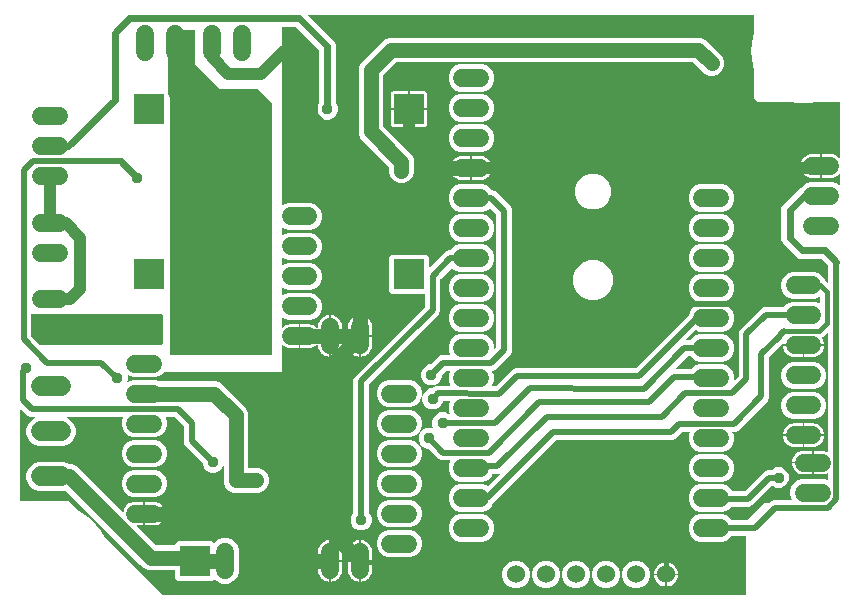
<source format=gbr>
G04 EAGLE Gerber RS-274X export*
G75*
%MOMM*%
%FSLAX34Y34*%
%LPD*%
%INBottom Copper*%
%IPPOS*%
%AMOC8*
5,1,8,0,0,1.08239X$1,22.5*%
G01*
%ADD10C,1.508000*%
%ADD11R,2.540000X2.540000*%
%ADD12C,1.524000*%
%ADD13C,1.676400*%
%ADD14C,1.524000*%
%ADD15C,1.016000*%
%ADD16C,0.956400*%
%ADD17C,0.609600*%
%ADD18C,0.508000*%
%ADD19C,1.270000*%
%ADD20C,0.406400*%
%ADD21C,0.950000*%

G36*
X624382Y9172D02*
X624382Y9172D01*
X624433Y9174D01*
X624465Y9192D01*
X624501Y9200D01*
X624540Y9233D01*
X624585Y9257D01*
X624606Y9287D01*
X624634Y9310D01*
X624655Y9357D01*
X624685Y9399D01*
X624693Y9441D01*
X624705Y9469D01*
X624704Y9499D01*
X624712Y9541D01*
X624712Y59215D01*
X624701Y59265D01*
X624699Y59316D01*
X624681Y59348D01*
X624673Y59384D01*
X624640Y59423D01*
X624616Y59468D01*
X624586Y59489D01*
X624563Y59517D01*
X624516Y59538D01*
X624474Y59568D01*
X624432Y59576D01*
X624404Y59588D01*
X624374Y59587D01*
X624332Y59595D01*
X612404Y59595D01*
X612330Y59578D01*
X612256Y59565D01*
X612245Y59558D01*
X612236Y59556D01*
X612207Y59532D01*
X612135Y59484D01*
X609014Y56362D01*
X604748Y54595D01*
X585052Y54595D01*
X580786Y56362D01*
X577522Y59626D01*
X575755Y63892D01*
X575755Y68508D01*
X577522Y72774D01*
X580786Y76038D01*
X585052Y77805D01*
X604748Y77805D01*
X609014Y76038D01*
X612135Y72916D01*
X612200Y72876D01*
X612262Y72832D01*
X612274Y72830D01*
X612283Y72825D01*
X612320Y72821D01*
X612404Y72805D01*
X625381Y72805D01*
X625455Y72822D01*
X625530Y72835D01*
X625540Y72842D01*
X625550Y72844D01*
X625579Y72868D01*
X625650Y72916D01*
X640238Y87504D01*
X643940Y87504D01*
X644014Y87521D01*
X644089Y87534D01*
X644099Y87541D01*
X644109Y87543D01*
X644138Y87567D01*
X644209Y87615D01*
X645373Y88779D01*
X647800Y89785D01*
X663141Y89785D01*
X663178Y89794D01*
X663217Y89792D01*
X663261Y89813D01*
X663309Y89824D01*
X663339Y89849D01*
X663374Y89865D01*
X663405Y89903D01*
X663443Y89934D01*
X663459Y89970D01*
X663483Y89999D01*
X663494Y90047D01*
X663514Y90093D01*
X663513Y90131D01*
X663521Y90169D01*
X663509Y90228D01*
X663507Y90266D01*
X663497Y90284D01*
X663492Y90311D01*
X661967Y93992D01*
X661967Y98608D01*
X663734Y102874D01*
X666998Y106138D01*
X671264Y107905D01*
X690960Y107905D01*
X693661Y106786D01*
X693699Y106780D01*
X693735Y106764D01*
X693784Y106766D01*
X693832Y106758D01*
X693869Y106769D01*
X693908Y106770D01*
X693951Y106794D01*
X693998Y106808D01*
X694026Y106835D01*
X694060Y106853D01*
X694088Y106894D01*
X694124Y106927D01*
X694137Y106963D01*
X694160Y106995D01*
X694171Y107055D01*
X694184Y107090D01*
X694182Y107111D01*
X694187Y107137D01*
X694187Y112586D01*
X694175Y112638D01*
X694173Y112691D01*
X694156Y112721D01*
X694148Y112755D01*
X694114Y112796D01*
X694088Y112842D01*
X694060Y112862D01*
X694038Y112888D01*
X693989Y112910D01*
X693945Y112940D01*
X693911Y112945D01*
X693879Y112959D01*
X693826Y112957D01*
X693774Y112965D01*
X693735Y112954D01*
X693706Y112953D01*
X693678Y112937D01*
X693634Y112925D01*
X692522Y112358D01*
X691013Y111868D01*
X689445Y111619D01*
X681873Y111619D01*
X681873Y121319D01*
X681862Y121369D01*
X681860Y121420D01*
X681842Y121452D01*
X681834Y121488D01*
X681801Y121527D01*
X681777Y121572D01*
X681747Y121593D01*
X681724Y121621D01*
X681677Y121642D01*
X681635Y121671D01*
X681593Y121680D01*
X681565Y121692D01*
X681535Y121691D01*
X681493Y121699D01*
X681111Y121699D01*
X681111Y121701D01*
X681493Y121701D01*
X681543Y121713D01*
X681594Y121714D01*
X681626Y121732D01*
X681662Y121740D01*
X681701Y121773D01*
X681746Y121797D01*
X681767Y121827D01*
X681795Y121851D01*
X681816Y121897D01*
X681846Y121939D01*
X681854Y121981D01*
X681866Y122009D01*
X681866Y122021D01*
X681866Y122023D01*
X681866Y122042D01*
X681873Y122081D01*
X681873Y131781D01*
X689445Y131781D01*
X691013Y131532D01*
X692522Y131042D01*
X693634Y130475D01*
X693686Y130462D01*
X693735Y130441D01*
X693769Y130442D01*
X693803Y130434D01*
X693855Y130445D01*
X693908Y130447D01*
X693938Y130464D01*
X693972Y130471D01*
X694013Y130505D01*
X694060Y130530D01*
X694080Y130558D01*
X694107Y130580D01*
X694129Y130628D01*
X694160Y130672D01*
X694167Y130711D01*
X694179Y130737D01*
X694179Y130765D01*
X694180Y130768D01*
X694180Y130777D01*
X694187Y130814D01*
X694187Y231647D01*
X694181Y231672D01*
X694184Y231698D01*
X694162Y231756D01*
X694148Y231816D01*
X694131Y231836D01*
X694122Y231860D01*
X694077Y231902D01*
X694038Y231950D01*
X694014Y231960D01*
X693995Y231978D01*
X693936Y231995D01*
X693879Y232020D01*
X693854Y232020D01*
X693829Y232027D01*
X693768Y232016D01*
X693706Y232014D01*
X693684Y232002D01*
X693658Y231997D01*
X693587Y231949D01*
X693554Y231931D01*
X693548Y231923D01*
X693538Y231916D01*
X689454Y227831D01*
X688876Y227592D01*
X688869Y227587D01*
X688861Y227586D01*
X688799Y227537D01*
X688735Y227491D01*
X688731Y227484D01*
X688725Y227478D01*
X688691Y227408D01*
X688654Y227338D01*
X688654Y227330D01*
X688650Y227322D01*
X688651Y227244D01*
X688649Y227165D01*
X688653Y227157D01*
X688653Y227149D01*
X688714Y227017D01*
X689262Y226264D01*
X689982Y224850D01*
X690472Y223341D01*
X690721Y221773D01*
X690721Y221741D01*
X673481Y221741D01*
X673431Y221730D01*
X673380Y221728D01*
X673348Y221710D01*
X673312Y221702D01*
X673273Y221669D01*
X673228Y221645D01*
X673207Y221615D01*
X673179Y221592D01*
X673158Y221545D01*
X673129Y221503D01*
X673120Y221461D01*
X673108Y221433D01*
X673109Y221414D01*
X673108Y221413D01*
X673108Y221399D01*
X673101Y221361D01*
X673101Y220979D01*
X673099Y220979D01*
X673099Y221361D01*
X673087Y221411D01*
X673086Y221462D01*
X673068Y221494D01*
X673060Y221530D01*
X673027Y221569D01*
X673003Y221614D01*
X672973Y221635D01*
X672949Y221663D01*
X672903Y221684D01*
X672861Y221714D01*
X672819Y221722D01*
X672791Y221734D01*
X672761Y221733D01*
X672719Y221741D01*
X655239Y221741D01*
X655165Y221724D01*
X655090Y221711D01*
X655080Y221704D01*
X655070Y221702D01*
X655042Y221678D01*
X654970Y221630D01*
X644256Y210916D01*
X644216Y210851D01*
X644172Y210789D01*
X644170Y210777D01*
X644165Y210768D01*
X644161Y210731D01*
X644145Y210647D01*
X644145Y176486D01*
X643139Y174059D01*
X617913Y148833D01*
X615486Y147827D01*
X613322Y147827D01*
X613284Y147818D01*
X613246Y147820D01*
X613201Y147799D01*
X613153Y147788D01*
X613124Y147763D01*
X613089Y147747D01*
X613058Y147709D01*
X613020Y147678D01*
X613004Y147642D01*
X612980Y147613D01*
X612969Y147565D01*
X612949Y147519D01*
X612950Y147481D01*
X612942Y147443D01*
X612954Y147384D01*
X612955Y147346D01*
X612965Y147328D01*
X612971Y147302D01*
X614045Y144708D01*
X614045Y140092D01*
X612278Y135826D01*
X609014Y132562D01*
X604748Y130795D01*
X585052Y130795D01*
X580786Y132562D01*
X577522Y135826D01*
X575755Y140092D01*
X575755Y144708D01*
X576829Y147302D01*
X576836Y147339D01*
X576851Y147375D01*
X576849Y147424D01*
X576857Y147472D01*
X576846Y147509D01*
X576845Y147548D01*
X576821Y147591D01*
X576807Y147638D01*
X576780Y147666D01*
X576762Y147700D01*
X576722Y147728D01*
X576688Y147764D01*
X576652Y147778D01*
X576620Y147800D01*
X576561Y147811D01*
X576525Y147824D01*
X576505Y147822D01*
X576478Y147827D01*
X570837Y147827D01*
X570763Y147810D01*
X570689Y147797D01*
X570678Y147790D01*
X570669Y147788D01*
X570640Y147764D01*
X570568Y147716D01*
X564573Y141721D01*
X562146Y140715D01*
X464157Y140715D01*
X464083Y140698D01*
X464008Y140685D01*
X463998Y140678D01*
X463989Y140676D01*
X463960Y140652D01*
X463888Y140604D01*
X411197Y87912D01*
X409674Y86389D01*
X409673Y86388D01*
X409671Y86387D01*
X409591Y86266D01*
X409078Y85026D01*
X405814Y81762D01*
X401548Y79995D01*
X381852Y79995D01*
X377586Y81762D01*
X374322Y85026D01*
X372555Y89292D01*
X372555Y93908D01*
X374322Y98174D01*
X377586Y101438D01*
X381852Y103205D01*
X401548Y103205D01*
X405740Y101468D01*
X405803Y101458D01*
X405864Y101440D01*
X405887Y101444D01*
X405911Y101440D01*
X405972Y101459D01*
X406034Y101470D01*
X406057Y101485D01*
X406077Y101491D01*
X406104Y101517D01*
X406154Y101551D01*
X415739Y111135D01*
X415746Y111146D01*
X415756Y111154D01*
X415791Y111219D01*
X415830Y111282D01*
X415831Y111295D01*
X415837Y111307D01*
X415840Y111381D01*
X415847Y111455D01*
X415842Y111467D01*
X415842Y111480D01*
X415811Y111548D01*
X415785Y111617D01*
X415775Y111626D01*
X415770Y111637D01*
X415712Y111684D01*
X415658Y111735D01*
X415645Y111738D01*
X415635Y111746D01*
X415563Y111763D01*
X415492Y111784D01*
X415479Y111781D01*
X415466Y111784D01*
X415344Y111759D01*
X409884Y111759D01*
X409822Y111745D01*
X409759Y111738D01*
X409739Y111725D01*
X409715Y111720D01*
X409666Y111679D01*
X409613Y111645D01*
X409598Y111623D01*
X409582Y111610D01*
X409566Y111575D01*
X409533Y111525D01*
X409078Y110426D01*
X405814Y107162D01*
X401548Y105395D01*
X381852Y105395D01*
X377586Y107162D01*
X374322Y110426D01*
X372555Y114692D01*
X372555Y119308D01*
X374117Y123077D01*
X374123Y123115D01*
X374138Y123151D01*
X374137Y123200D01*
X374145Y123248D01*
X374133Y123285D01*
X374132Y123324D01*
X374108Y123367D01*
X374094Y123414D01*
X374068Y123442D01*
X374049Y123476D01*
X374009Y123504D01*
X373975Y123540D01*
X373939Y123553D01*
X373907Y123576D01*
X373848Y123587D01*
X373813Y123600D01*
X373792Y123598D01*
X373765Y123603D01*
X366886Y123603D01*
X364459Y124609D01*
X355626Y133442D01*
X355561Y133482D01*
X355499Y133526D01*
X355487Y133528D01*
X355478Y133533D01*
X355441Y133537D01*
X355357Y133553D01*
X354248Y133553D01*
X350997Y134900D01*
X348508Y137389D01*
X347161Y140640D01*
X347161Y144160D01*
X348508Y147411D01*
X350997Y149900D01*
X354248Y151247D01*
X357768Y151247D01*
X359253Y150632D01*
X359278Y150627D01*
X359301Y150615D01*
X359363Y150614D01*
X359424Y150604D01*
X359448Y150611D01*
X359474Y150610D01*
X359530Y150636D01*
X359589Y150654D01*
X359608Y150672D01*
X359631Y150683D01*
X359670Y150731D01*
X359715Y150773D01*
X359724Y150797D01*
X359740Y150817D01*
X359754Y150878D01*
X359775Y150936D01*
X359773Y150961D01*
X359778Y150986D01*
X359761Y151071D01*
X359760Y151095D01*
X359758Y151098D01*
X359757Y151108D01*
X359752Y151116D01*
X359749Y151128D01*
X358669Y153736D01*
X358669Y157256D01*
X360016Y160507D01*
X362505Y162996D01*
X365756Y164343D01*
X369276Y164343D01*
X372527Y162996D01*
X372988Y162535D01*
X372999Y162528D01*
X373007Y162518D01*
X373072Y162483D01*
X373135Y162444D01*
X373148Y162442D01*
X373160Y162436D01*
X373234Y162434D01*
X373308Y162427D01*
X373320Y162432D01*
X373333Y162431D01*
X373400Y162462D01*
X373470Y162489D01*
X373479Y162498D01*
X373490Y162504D01*
X373537Y162561D01*
X373587Y162616D01*
X373591Y162628D01*
X373599Y162638D01*
X373615Y162710D01*
X373637Y162782D01*
X373634Y162795D01*
X373637Y162807D01*
X373608Y162949D01*
X372555Y165492D01*
X372555Y170108D01*
X373753Y173001D01*
X373759Y173038D01*
X373775Y173072D01*
X373773Y173122D01*
X373781Y173172D01*
X373771Y173208D01*
X373769Y173245D01*
X373746Y173289D01*
X373731Y173338D01*
X373705Y173365D01*
X373687Y173398D01*
X373646Y173427D01*
X373612Y173464D01*
X373577Y173477D01*
X373546Y173498D01*
X373485Y173510D01*
X373449Y173524D01*
X373429Y173522D01*
X373404Y173527D01*
X368015Y173556D01*
X367952Y173542D01*
X367888Y173535D01*
X367869Y173523D01*
X367846Y173517D01*
X367796Y173477D01*
X367742Y173442D01*
X367728Y173421D01*
X367712Y173408D01*
X367696Y173373D01*
X367662Y173321D01*
X366540Y170613D01*
X364051Y168124D01*
X360800Y166777D01*
X357280Y166777D01*
X354029Y168124D01*
X351540Y170613D01*
X350193Y173864D01*
X350193Y176577D01*
X350190Y176589D01*
X350192Y176602D01*
X350171Y176673D01*
X350154Y176745D01*
X350146Y176755D01*
X350142Y176768D01*
X350091Y176822D01*
X350044Y176879D01*
X350032Y176884D01*
X350023Y176894D01*
X349953Y176920D01*
X349885Y176950D01*
X349872Y176949D01*
X349860Y176954D01*
X349787Y176946D01*
X349712Y176943D01*
X349701Y176937D01*
X349688Y176936D01*
X349625Y176896D01*
X349560Y176861D01*
X349553Y176850D01*
X349542Y176843D01*
X349462Y176722D01*
X348138Y173526D01*
X344874Y170262D01*
X340608Y168495D01*
X320912Y168495D01*
X316646Y170262D01*
X313382Y173526D01*
X311615Y177792D01*
X311615Y182408D01*
X313382Y186674D01*
X316646Y189938D01*
X320912Y191705D01*
X340608Y191705D01*
X344874Y189938D01*
X348138Y186674D01*
X349905Y182408D01*
X349905Y178599D01*
X349908Y178586D01*
X349906Y178573D01*
X349927Y178502D01*
X349944Y178430D01*
X349952Y178420D01*
X349956Y178408D01*
X350007Y178354D01*
X350054Y178296D01*
X350066Y178291D01*
X350075Y178282D01*
X350145Y178256D01*
X350213Y178225D01*
X350226Y178226D01*
X350238Y178221D01*
X350311Y178229D01*
X350386Y178232D01*
X350397Y178238D01*
X350410Y178240D01*
X350473Y178279D01*
X350538Y178315D01*
X350545Y178325D01*
X350556Y178332D01*
X350636Y178453D01*
X351540Y180635D01*
X354029Y183124D01*
X357280Y184471D01*
X358386Y184471D01*
X358459Y184488D01*
X358532Y184500D01*
X358544Y184508D01*
X358554Y184510D01*
X358584Y184534D01*
X358653Y184581D01*
X358945Y184869D01*
X358945Y184870D01*
X358946Y184871D01*
X359873Y185797D01*
X361090Y186294D01*
X361091Y186294D01*
X361092Y186295D01*
X362305Y186797D01*
X363616Y186790D01*
X363617Y186790D01*
X363618Y186790D01*
X364968Y186790D01*
X365007Y186782D01*
X373706Y186735D01*
X373745Y186743D01*
X373784Y186742D01*
X373828Y186762D01*
X373875Y186773D01*
X373906Y186798D01*
X373941Y186815D01*
X373972Y186852D01*
X374009Y186883D01*
X374026Y186919D01*
X374050Y186949D01*
X374061Y186996D01*
X374081Y187040D01*
X374080Y187080D01*
X374088Y187118D01*
X374077Y187176D01*
X374075Y187214D01*
X374074Y187217D01*
X374074Y187218D01*
X374065Y187235D01*
X374059Y187260D01*
X372555Y190892D01*
X372555Y195508D01*
X373840Y198609D01*
X373846Y198647D01*
X373862Y198683D01*
X373860Y198732D01*
X373868Y198780D01*
X373857Y198817D01*
X373855Y198856D01*
X373832Y198899D01*
X373817Y198946D01*
X373791Y198974D01*
X373772Y199008D01*
X373732Y199036D01*
X373698Y199072D01*
X373662Y199085D01*
X373631Y199108D01*
X373571Y199119D01*
X373536Y199132D01*
X373515Y199130D01*
X373489Y199135D01*
X370685Y199135D01*
X370611Y199118D01*
X370537Y199105D01*
X370526Y199098D01*
X370517Y199096D01*
X370488Y199072D01*
X370416Y199024D01*
X367066Y195674D01*
X367026Y195609D01*
X366982Y195547D01*
X366980Y195535D01*
X366975Y195526D01*
X366971Y195489D01*
X366955Y195405D01*
X366955Y194335D01*
X365613Y191095D01*
X363133Y188615D01*
X359893Y187273D01*
X356387Y187273D01*
X353147Y188615D01*
X350667Y191095D01*
X349325Y194335D01*
X349325Y197841D01*
X350667Y201081D01*
X353147Y203561D01*
X356387Y204903D01*
X357457Y204903D01*
X357531Y204920D01*
X357605Y204933D01*
X357616Y204940D01*
X357625Y204942D01*
X357654Y204966D01*
X357726Y205014D01*
X364051Y211339D01*
X366478Y212345D01*
X373621Y212345D01*
X373659Y212354D01*
X373697Y212352D01*
X373742Y212373D01*
X373790Y212384D01*
X373819Y212409D01*
X373854Y212425D01*
X373885Y212463D01*
X373923Y212494D01*
X373939Y212530D01*
X373963Y212559D01*
X373974Y212607D01*
X373994Y212653D01*
X373993Y212691D01*
X374001Y212729D01*
X373989Y212788D01*
X373988Y212826D01*
X373978Y212844D01*
X373972Y212871D01*
X372555Y216292D01*
X372555Y220908D01*
X374322Y225174D01*
X377586Y228438D01*
X381852Y230205D01*
X401548Y230205D01*
X405814Y228438D01*
X409078Y225174D01*
X410845Y220908D01*
X410845Y218411D01*
X410851Y218386D01*
X410848Y218360D01*
X410870Y218303D01*
X410884Y218242D01*
X410901Y218223D01*
X410910Y218198D01*
X410955Y218157D01*
X410994Y218109D01*
X411018Y218098D01*
X411037Y218081D01*
X411096Y218063D01*
X411153Y218038D01*
X411178Y218039D01*
X411203Y218032D01*
X411264Y218042D01*
X411326Y218045D01*
X411348Y218057D01*
X411374Y218061D01*
X411445Y218110D01*
X411478Y218127D01*
X411484Y218135D01*
X411494Y218142D01*
X412892Y219540D01*
X412918Y219583D01*
X412925Y219589D01*
X412934Y219608D01*
X412976Y219667D01*
X412978Y219679D01*
X412983Y219688D01*
X412987Y219725D01*
X412987Y219726D01*
X412996Y219747D01*
X412995Y219769D01*
X413003Y219809D01*
X413003Y331879D01*
X412986Y331953D01*
X412973Y332027D01*
X412966Y332038D01*
X412964Y332047D01*
X412940Y332076D01*
X412892Y332148D01*
X407814Y337225D01*
X407771Y337252D01*
X407734Y337287D01*
X407698Y337297D01*
X407667Y337316D01*
X407616Y337321D01*
X407567Y337336D01*
X407531Y337330D01*
X407495Y337333D01*
X407447Y337315D01*
X407397Y337306D01*
X407361Y337282D01*
X407333Y337271D01*
X407312Y337249D01*
X407277Y337225D01*
X405814Y335762D01*
X401548Y333995D01*
X381852Y333995D01*
X377586Y335762D01*
X374322Y339026D01*
X372555Y343292D01*
X372555Y347908D01*
X374322Y352174D01*
X377586Y355438D01*
X381852Y357205D01*
X401548Y357205D01*
X405814Y355438D01*
X408587Y352664D01*
X408652Y352624D01*
X408714Y352580D01*
X408726Y352578D01*
X408735Y352573D01*
X408772Y352569D01*
X408856Y352553D01*
X409746Y352553D01*
X412173Y351547D01*
X425207Y338513D01*
X426213Y336086D01*
X426213Y215602D01*
X425207Y213175D01*
X412173Y200141D01*
X409753Y199138D01*
X409711Y199108D01*
X409665Y199087D01*
X409642Y199059D01*
X409612Y199037D01*
X409588Y198992D01*
X409556Y198952D01*
X409548Y198917D01*
X409531Y198884D01*
X409529Y198833D01*
X409518Y198783D01*
X409527Y198742D01*
X409526Y198711D01*
X409538Y198683D01*
X409547Y198641D01*
X410845Y195508D01*
X410845Y190892D01*
X409259Y187064D01*
X409253Y187027D01*
X409238Y186993D01*
X409239Y186943D01*
X409231Y186893D01*
X409242Y186858D01*
X409243Y186820D01*
X409267Y186776D01*
X409282Y186728D01*
X409308Y186700D01*
X409325Y186667D01*
X409366Y186638D01*
X409401Y186602D01*
X409436Y186589D01*
X409467Y186567D01*
X409528Y186555D01*
X409563Y186542D01*
X409583Y186544D01*
X409609Y186539D01*
X412733Y186522D01*
X412809Y186539D01*
X412884Y186552D01*
X412894Y186558D01*
X412902Y186560D01*
X412931Y186583D01*
X413004Y186633D01*
X427043Y200671D01*
X429470Y201677D01*
X530887Y201677D01*
X530961Y201694D01*
X531035Y201707D01*
X531046Y201714D01*
X531055Y201716D01*
X531084Y201740D01*
X531156Y201788D01*
X575758Y246390D01*
X575759Y246392D01*
X575760Y246393D01*
X575840Y246514D01*
X577522Y250574D01*
X580786Y253838D01*
X585052Y255605D01*
X604748Y255605D01*
X609014Y253838D01*
X612278Y250574D01*
X614045Y246308D01*
X614045Y241692D01*
X612278Y237426D01*
X609014Y234162D01*
X604748Y232395D01*
X585052Y232395D01*
X582028Y233648D01*
X581965Y233658D01*
X581905Y233676D01*
X581881Y233672D01*
X581857Y233676D01*
X581796Y233657D01*
X581734Y233646D01*
X581711Y233631D01*
X581691Y233625D01*
X581664Y233599D01*
X581614Y233565D01*
X573902Y225854D01*
X573889Y225832D01*
X573869Y225816D01*
X573844Y225759D01*
X573811Y225707D01*
X573808Y225681D01*
X573798Y225657D01*
X573800Y225596D01*
X573794Y225534D01*
X573804Y225510D01*
X573805Y225484D01*
X573834Y225430D01*
X573856Y225372D01*
X573875Y225355D01*
X573887Y225332D01*
X573938Y225297D01*
X573983Y225255D01*
X574008Y225247D01*
X574029Y225232D01*
X574114Y225216D01*
X574149Y225205D01*
X574159Y225207D01*
X574171Y225205D01*
X577396Y225205D01*
X577470Y225222D01*
X577544Y225235D01*
X577555Y225242D01*
X577564Y225244D01*
X577593Y225268D01*
X577665Y225316D01*
X580786Y228438D01*
X585052Y230205D01*
X604748Y230205D01*
X609014Y228438D01*
X612278Y225174D01*
X614045Y220908D01*
X614045Y216292D01*
X612278Y212026D01*
X609014Y208762D01*
X604748Y206995D01*
X585052Y206995D01*
X580786Y208762D01*
X577665Y211884D01*
X577600Y211924D01*
X577538Y211968D01*
X577526Y211970D01*
X577517Y211975D01*
X577480Y211979D01*
X577396Y211995D01*
X575205Y211995D01*
X575131Y211978D01*
X575057Y211965D01*
X575046Y211958D01*
X575037Y211956D01*
X575008Y211932D01*
X574936Y211884D01*
X564362Y201310D01*
X564349Y201288D01*
X564329Y201272D01*
X564304Y201215D01*
X564271Y201163D01*
X564268Y201137D01*
X564258Y201113D01*
X564260Y201052D01*
X564254Y200990D01*
X564264Y200966D01*
X564265Y200940D01*
X564294Y200886D01*
X564316Y200828D01*
X564335Y200811D01*
X564347Y200788D01*
X564398Y200753D01*
X564443Y200711D01*
X564468Y200703D01*
X564489Y200688D01*
X564574Y200672D01*
X564609Y200661D01*
X564619Y200663D01*
X564631Y200661D01*
X578252Y200661D01*
X578326Y200678D01*
X578400Y200691D01*
X578411Y200698D01*
X578420Y200700D01*
X578449Y200724D01*
X578521Y200772D01*
X580786Y203038D01*
X585052Y204805D01*
X604748Y204805D01*
X609014Y203038D01*
X612278Y199774D01*
X614045Y195508D01*
X614045Y191995D01*
X614051Y191970D01*
X614048Y191944D01*
X614070Y191887D01*
X614084Y191826D01*
X614101Y191807D01*
X614110Y191782D01*
X614155Y191741D01*
X614194Y191693D01*
X614218Y191682D01*
X614237Y191665D01*
X614296Y191647D01*
X614353Y191622D01*
X614378Y191623D01*
X614403Y191616D01*
X614464Y191626D01*
X614526Y191629D01*
X614548Y191641D01*
X614574Y191645D01*
X614645Y191694D01*
X614678Y191711D01*
X614684Y191719D01*
X614694Y191726D01*
X618124Y195156D01*
X618164Y195221D01*
X618208Y195283D01*
X618210Y195295D01*
X618215Y195304D01*
X618219Y195341D01*
X618235Y195425D01*
X618235Y231438D01*
X619241Y233865D01*
X637355Y251979D01*
X639782Y252985D01*
X655596Y252985D01*
X655670Y253002D01*
X655744Y253015D01*
X655755Y253022D01*
X655764Y253024D01*
X655793Y253048D01*
X655865Y253096D01*
X658986Y256218D01*
X663252Y257985D01*
X682948Y257985D01*
X686377Y256564D01*
X686415Y256558D01*
X686451Y256542D01*
X686500Y256544D01*
X686548Y256536D01*
X686585Y256547D01*
X686624Y256549D01*
X686667Y256572D01*
X686714Y256587D01*
X686742Y256613D01*
X686776Y256632D01*
X686804Y256672D01*
X686840Y256706D01*
X686853Y256742D01*
X686876Y256773D01*
X686887Y256833D01*
X686900Y256868D01*
X686898Y256889D01*
X686903Y256916D01*
X686903Y261244D01*
X686894Y261282D01*
X686896Y261320D01*
X686875Y261365D01*
X686864Y261413D01*
X686839Y261443D01*
X686823Y261478D01*
X686785Y261509D01*
X686754Y261547D01*
X686718Y261563D01*
X686689Y261587D01*
X686641Y261597D01*
X686595Y261618D01*
X686557Y261616D01*
X686519Y261625D01*
X686460Y261613D01*
X686422Y261611D01*
X686404Y261601D01*
X686377Y261596D01*
X682948Y260175D01*
X663252Y260175D01*
X658986Y261942D01*
X655722Y265206D01*
X653955Y269472D01*
X653955Y274088D01*
X655722Y278354D01*
X658986Y281618D01*
X663252Y283385D01*
X682948Y283385D01*
X687214Y281618D01*
X690478Y278354D01*
X691304Y276359D01*
X691305Y276357D01*
X691306Y276355D01*
X691387Y276235D01*
X692442Y275180D01*
X693538Y274084D01*
X693560Y274070D01*
X693576Y274050D01*
X693633Y274025D01*
X693685Y273993D01*
X693711Y273990D01*
X693735Y273980D01*
X693796Y273982D01*
X693858Y273976D01*
X693882Y273985D01*
X693908Y273986D01*
X693962Y274016D01*
X694020Y274038D01*
X694037Y274057D01*
X694060Y274069D01*
X694095Y274119D01*
X694137Y274165D01*
X694145Y274189D01*
X694160Y274211D01*
X694176Y274295D01*
X694187Y274331D01*
X694185Y274341D01*
X694187Y274353D01*
X694187Y288228D01*
X694170Y288302D01*
X694157Y288377D01*
X694150Y288387D01*
X694148Y288397D01*
X694124Y288426D01*
X694076Y288497D01*
X688553Y294020D01*
X688489Y294060D01*
X688427Y294104D01*
X688414Y294106D01*
X688406Y294111D01*
X688369Y294115D01*
X688284Y294131D01*
X670161Y294131D01*
X667547Y295214D01*
X655386Y307375D01*
X654303Y309989D01*
X654303Y337203D01*
X655386Y339817D01*
X669091Y353522D01*
X670814Y354236D01*
X670815Y354237D01*
X670817Y354237D01*
X670937Y354318D01*
X674017Y357398D01*
X678312Y359177D01*
X698200Y359177D01*
X702495Y357398D01*
X703190Y356703D01*
X703212Y356689D01*
X703228Y356669D01*
X703285Y356644D01*
X703337Y356611D01*
X703363Y356609D01*
X703387Y356598D01*
X703448Y356600D01*
X703510Y356595D01*
X703534Y356604D01*
X703560Y356605D01*
X703614Y356634D01*
X703672Y356656D01*
X703689Y356675D01*
X703712Y356687D01*
X703747Y356738D01*
X703789Y356783D01*
X703797Y356808D01*
X703812Y356829D01*
X703828Y356914D01*
X703839Y356949D01*
X703837Y356959D01*
X703839Y356971D01*
X703839Y365568D01*
X703833Y365593D01*
X703836Y365619D01*
X703814Y365676D01*
X703800Y365737D01*
X703783Y365756D01*
X703774Y365781D01*
X703729Y365823D01*
X703690Y365870D01*
X703666Y365881D01*
X703647Y365898D01*
X703588Y365916D01*
X703531Y365941D01*
X703506Y365940D01*
X703481Y365947D01*
X703420Y365937D01*
X703358Y365935D01*
X703336Y365922D01*
X703310Y365918D01*
X703239Y365870D01*
X703206Y365852D01*
X703200Y365844D01*
X703190Y365837D01*
X702495Y365142D01*
X701201Y364202D01*
X699776Y363476D01*
X698255Y362981D01*
X696676Y362731D01*
X689017Y362731D01*
X689017Y372511D01*
X689006Y372561D01*
X689004Y372612D01*
X688986Y372644D01*
X688978Y372680D01*
X688945Y372719D01*
X688921Y372764D01*
X688891Y372785D01*
X688868Y372813D01*
X688821Y372834D01*
X688779Y372863D01*
X688737Y372872D01*
X688709Y372884D01*
X688679Y372883D01*
X688637Y372891D01*
X688255Y372891D01*
X688255Y372893D01*
X688637Y372893D01*
X688687Y372905D01*
X688738Y372906D01*
X688770Y372924D01*
X688806Y372932D01*
X688845Y372965D01*
X688890Y372989D01*
X688911Y373019D01*
X688939Y373043D01*
X688960Y373089D01*
X688990Y373131D01*
X688998Y373173D01*
X689010Y373201D01*
X689009Y373231D01*
X689017Y373273D01*
X689017Y383053D01*
X696676Y383053D01*
X698255Y382803D01*
X699776Y382308D01*
X701201Y381582D01*
X702495Y380642D01*
X703190Y379947D01*
X703212Y379934D01*
X703228Y379914D01*
X703285Y379888D01*
X703337Y379856D01*
X703363Y379853D01*
X703387Y379843D01*
X703448Y379845D01*
X703510Y379839D01*
X703534Y379848D01*
X703560Y379849D01*
X703614Y379879D01*
X703672Y379901D01*
X703689Y379920D01*
X703712Y379932D01*
X703747Y379983D01*
X703789Y380028D01*
X703797Y380053D01*
X703812Y380074D01*
X703828Y380158D01*
X703839Y380194D01*
X703837Y380204D01*
X703839Y380216D01*
X703839Y426212D01*
X703828Y426262D01*
X703826Y426313D01*
X703808Y426345D01*
X703800Y426381D01*
X703767Y426420D01*
X703743Y426465D01*
X703713Y426486D01*
X703690Y426514D01*
X703643Y426535D01*
X703601Y426565D01*
X703559Y426573D01*
X703531Y426585D01*
X703501Y426584D01*
X703459Y426592D01*
X682270Y426592D01*
X682232Y426583D01*
X682163Y426577D01*
X679362Y425754D01*
X666638Y425754D01*
X663837Y426577D01*
X663798Y426579D01*
X663730Y426592D01*
X634650Y426592D01*
X630808Y430434D01*
X630808Y455794D01*
X630806Y455803D01*
X630808Y455811D01*
X630774Y455952D01*
X630110Y457406D01*
X628299Y470000D01*
X630110Y482594D01*
X630774Y484048D01*
X630776Y484056D01*
X630781Y484063D01*
X630808Y484206D01*
X630808Y500459D01*
X630797Y500509D01*
X630795Y500560D01*
X630777Y500592D01*
X630769Y500628D01*
X630736Y500667D01*
X630712Y500712D01*
X630682Y500733D01*
X630659Y500761D01*
X630612Y500782D01*
X630570Y500812D01*
X630528Y500820D01*
X630500Y500832D01*
X630470Y500831D01*
X630428Y500839D01*
X254138Y500839D01*
X254113Y500833D01*
X254087Y500836D01*
X254029Y500814D01*
X253969Y500800D01*
X253949Y500783D01*
X253925Y500774D01*
X253883Y500729D01*
X253835Y500690D01*
X253825Y500666D01*
X253807Y500647D01*
X253790Y500588D01*
X253764Y500531D01*
X253765Y500506D01*
X253758Y500481D01*
X253769Y500420D01*
X253771Y500358D01*
X253783Y500336D01*
X253788Y500310D01*
X253836Y500239D01*
X253854Y500206D01*
X253862Y500200D01*
X253869Y500190D01*
X273976Y480083D01*
X276030Y478029D01*
X277113Y475415D01*
X277113Y426444D01*
X277130Y426370D01*
X277143Y426295D01*
X277150Y426285D01*
X277152Y426275D01*
X277176Y426246D01*
X277224Y426175D01*
X277500Y425899D01*
X278847Y422648D01*
X278847Y419128D01*
X277500Y415877D01*
X275011Y413388D01*
X271760Y412041D01*
X268240Y412041D01*
X264989Y413388D01*
X262500Y415877D01*
X261153Y419128D01*
X261153Y422648D01*
X262500Y425899D01*
X262776Y426175D01*
X262816Y426240D01*
X262860Y426302D01*
X262862Y426314D01*
X262867Y426322D01*
X262871Y426359D01*
X262887Y426444D01*
X262887Y470896D01*
X262870Y470970D01*
X262857Y471045D01*
X262850Y471055D01*
X262848Y471065D01*
X262824Y471094D01*
X262776Y471165D01*
X243373Y490568D01*
X243309Y490608D01*
X243247Y490652D01*
X243234Y490654D01*
X243226Y490659D01*
X243189Y490663D01*
X243104Y490679D01*
X231648Y490679D01*
X231598Y490668D01*
X231547Y490666D01*
X231515Y490648D01*
X231479Y490640D01*
X231440Y490607D01*
X231395Y490583D01*
X231374Y490553D01*
X231346Y490530D01*
X231325Y490483D01*
X231295Y490441D01*
X231287Y490399D01*
X231275Y490371D01*
X231276Y490341D01*
X231268Y490299D01*
X231268Y339957D01*
X231274Y339932D01*
X231271Y339907D01*
X231281Y339880D01*
X231281Y339878D01*
X231284Y339872D01*
X231293Y339849D01*
X231307Y339789D01*
X231324Y339769D01*
X231333Y339745D01*
X231378Y339703D01*
X231417Y339655D01*
X231441Y339644D01*
X231460Y339627D01*
X231519Y339609D01*
X231576Y339584D01*
X231601Y339585D01*
X231626Y339578D01*
X231687Y339588D01*
X231749Y339591D01*
X231771Y339603D01*
X231797Y339607D01*
X231868Y339656D01*
X231901Y339673D01*
X231907Y339682D01*
X231917Y339688D01*
X232266Y340038D01*
X236532Y341805D01*
X256228Y341805D01*
X260494Y340038D01*
X263758Y336774D01*
X265525Y332508D01*
X265525Y327892D01*
X263758Y323626D01*
X260494Y320362D01*
X256228Y318595D01*
X236532Y318595D01*
X232266Y320362D01*
X231917Y320712D01*
X231895Y320725D01*
X231879Y320745D01*
X231822Y320770D01*
X231770Y320803D01*
X231744Y320805D01*
X231720Y320816D01*
X231659Y320814D01*
X231597Y320820D01*
X231573Y320810D01*
X231547Y320809D01*
X231493Y320780D01*
X231435Y320758D01*
X231418Y320739D01*
X231395Y320727D01*
X231360Y320676D01*
X231318Y320631D01*
X231310Y320606D01*
X231295Y320585D01*
X231279Y320500D01*
X231268Y320465D01*
X231270Y320455D01*
X231268Y320443D01*
X231268Y314557D01*
X231274Y314532D01*
X231271Y314507D01*
X231293Y314449D01*
X231307Y314389D01*
X231324Y314369D01*
X231333Y314345D01*
X231378Y314303D01*
X231417Y314255D01*
X231441Y314244D01*
X231460Y314227D01*
X231519Y314209D01*
X231576Y314184D01*
X231601Y314185D01*
X231626Y314178D01*
X231687Y314188D01*
X231749Y314191D01*
X231771Y314203D01*
X231797Y314207D01*
X231868Y314256D01*
X231901Y314273D01*
X231907Y314282D01*
X231917Y314288D01*
X232266Y314638D01*
X236532Y316405D01*
X256228Y316405D01*
X260494Y314638D01*
X263758Y311374D01*
X265525Y307108D01*
X265525Y302492D01*
X263758Y298226D01*
X260494Y294962D01*
X256228Y293195D01*
X236532Y293195D01*
X232266Y294962D01*
X231917Y295312D01*
X231895Y295325D01*
X231879Y295345D01*
X231822Y295370D01*
X231770Y295403D01*
X231744Y295405D01*
X231720Y295416D01*
X231659Y295414D01*
X231597Y295420D01*
X231573Y295410D01*
X231547Y295409D01*
X231493Y295380D01*
X231435Y295358D01*
X231418Y295339D01*
X231395Y295327D01*
X231360Y295276D01*
X231318Y295231D01*
X231310Y295206D01*
X231295Y295185D01*
X231279Y295100D01*
X231268Y295065D01*
X231270Y295055D01*
X231268Y295043D01*
X231268Y289157D01*
X231274Y289132D01*
X231271Y289107D01*
X231293Y289049D01*
X231307Y288989D01*
X231324Y288969D01*
X231333Y288945D01*
X231378Y288903D01*
X231417Y288855D01*
X231441Y288844D01*
X231460Y288827D01*
X231519Y288809D01*
X231576Y288784D01*
X231601Y288785D01*
X231626Y288778D01*
X231687Y288788D01*
X231749Y288791D01*
X231771Y288803D01*
X231797Y288807D01*
X231868Y288856D01*
X231901Y288873D01*
X231907Y288882D01*
X231917Y288888D01*
X232266Y289238D01*
X236532Y291005D01*
X256228Y291005D01*
X260494Y289238D01*
X263758Y285974D01*
X265525Y281708D01*
X265525Y277092D01*
X263758Y272826D01*
X260494Y269562D01*
X256228Y267795D01*
X236532Y267795D01*
X232266Y269562D01*
X231917Y269912D01*
X231895Y269925D01*
X231879Y269945D01*
X231822Y269970D01*
X231814Y269976D01*
X231801Y269985D01*
X231798Y269985D01*
X231770Y270003D01*
X231744Y270005D01*
X231720Y270016D01*
X231659Y270014D01*
X231597Y270020D01*
X231573Y270010D01*
X231547Y270009D01*
X231493Y269980D01*
X231435Y269958D01*
X231418Y269939D01*
X231395Y269927D01*
X231360Y269876D01*
X231351Y269867D01*
X231346Y269863D01*
X231344Y269860D01*
X231318Y269831D01*
X231310Y269806D01*
X231295Y269785D01*
X231284Y269724D01*
X231275Y269704D01*
X231275Y269688D01*
X231268Y269665D01*
X231270Y269655D01*
X231268Y269643D01*
X231268Y263757D01*
X231274Y263732D01*
X231271Y263707D01*
X231293Y263649D01*
X231307Y263589D01*
X231324Y263569D01*
X231333Y263545D01*
X231378Y263503D01*
X231417Y263455D01*
X231441Y263444D01*
X231460Y263427D01*
X231519Y263409D01*
X231576Y263384D01*
X231601Y263385D01*
X231626Y263378D01*
X231687Y263388D01*
X231749Y263391D01*
X231771Y263403D01*
X231797Y263407D01*
X231868Y263456D01*
X231901Y263473D01*
X231907Y263482D01*
X231917Y263488D01*
X232266Y263838D01*
X236532Y265605D01*
X256228Y265605D01*
X260494Y263838D01*
X263758Y260574D01*
X265525Y256308D01*
X265525Y251692D01*
X263758Y247426D01*
X260494Y244162D01*
X256228Y242395D01*
X236532Y242395D01*
X232266Y244162D01*
X231917Y244512D01*
X231895Y244525D01*
X231879Y244545D01*
X231822Y244570D01*
X231770Y244603D01*
X231744Y244605D01*
X231720Y244616D01*
X231659Y244614D01*
X231597Y244620D01*
X231573Y244610D01*
X231547Y244609D01*
X231493Y244580D01*
X231435Y244558D01*
X231418Y244539D01*
X231395Y244527D01*
X231360Y244476D01*
X231318Y244431D01*
X231310Y244406D01*
X231295Y244385D01*
X231279Y244300D01*
X231268Y244265D01*
X231270Y244255D01*
X231268Y244243D01*
X231268Y236202D01*
X231274Y236177D01*
X231271Y236151D01*
X231293Y236094D01*
X231307Y236033D01*
X231324Y236013D01*
X231333Y235989D01*
X231378Y235947D01*
X231417Y235900D01*
X231441Y235889D01*
X231460Y235872D01*
X231519Y235854D01*
X231576Y235829D01*
X231601Y235830D01*
X231626Y235822D01*
X231687Y235833D01*
X231749Y235835D01*
X231771Y235848D01*
X231797Y235852D01*
X231868Y235900D01*
X231901Y235918D01*
X231907Y235926D01*
X231917Y235933D01*
X232273Y236289D01*
X233556Y237222D01*
X234970Y237942D01*
X236479Y238432D01*
X238047Y238681D01*
X245619Y238681D01*
X245619Y228981D01*
X245630Y228931D01*
X245632Y228880D01*
X245650Y228848D01*
X245658Y228812D01*
X245691Y228773D01*
X245715Y228728D01*
X245745Y228707D01*
X245768Y228679D01*
X245815Y228658D01*
X245857Y228629D01*
X245899Y228620D01*
X245927Y228608D01*
X245957Y228609D01*
X245999Y228601D01*
X246381Y228601D01*
X246381Y228599D01*
X245999Y228599D01*
X245949Y228587D01*
X245898Y228586D01*
X245866Y228568D01*
X245830Y228560D01*
X245791Y228527D01*
X245746Y228503D01*
X245725Y228473D01*
X245697Y228449D01*
X245676Y228403D01*
X245646Y228361D01*
X245638Y228319D01*
X245626Y228291D01*
X245627Y228261D01*
X245627Y228259D01*
X245626Y228257D01*
X245626Y228255D01*
X245619Y228219D01*
X245619Y218519D01*
X238047Y218519D01*
X236479Y218768D01*
X234970Y219258D01*
X233556Y219978D01*
X232273Y220911D01*
X231917Y221267D01*
X231895Y221280D01*
X231879Y221300D01*
X231822Y221326D01*
X231770Y221358D01*
X231744Y221361D01*
X231720Y221371D01*
X231659Y221369D01*
X231597Y221375D01*
X231573Y221366D01*
X231547Y221365D01*
X231493Y221335D01*
X231435Y221313D01*
X231418Y221294D01*
X231395Y221282D01*
X231360Y221231D01*
X231318Y221186D01*
X231310Y221161D01*
X231295Y221140D01*
X231279Y221056D01*
X231268Y221020D01*
X231270Y221010D01*
X231268Y220998D01*
X231268Y198786D01*
X230983Y198500D01*
X131969Y198500D01*
X131895Y198483D01*
X131821Y198470D01*
X131810Y198463D01*
X131801Y198461D01*
X131772Y198437D01*
X131700Y198389D01*
X128974Y195662D01*
X124708Y193895D01*
X105012Y193895D01*
X101222Y195465D01*
X101196Y195469D01*
X101173Y195481D01*
X101112Y195483D01*
X101051Y195493D01*
X101026Y195486D01*
X101000Y195486D01*
X100944Y195461D01*
X100885Y195443D01*
X100866Y195425D01*
X100843Y195414D01*
X100804Y195366D01*
X100759Y195324D01*
X100750Y195299D01*
X100734Y195279D01*
X100720Y195219D01*
X100699Y195161D01*
X100702Y195135D01*
X100696Y195110D01*
X100713Y195026D01*
X100714Y195002D01*
X100716Y194999D01*
X100717Y194989D01*
X100722Y194980D01*
X100725Y194968D01*
X100795Y194800D01*
X100795Y191280D01*
X100485Y190532D01*
X100481Y190507D01*
X100469Y190484D01*
X100467Y190422D01*
X100457Y190361D01*
X100464Y190337D01*
X100464Y190311D01*
X100489Y190255D01*
X100507Y190196D01*
X100525Y190177D01*
X100536Y190153D01*
X100584Y190114D01*
X100626Y190070D01*
X100651Y190061D01*
X100671Y190044D01*
X100731Y190031D01*
X100789Y190009D01*
X100815Y190012D01*
X100840Y190007D01*
X100924Y190024D01*
X100961Y190028D01*
X100970Y190033D01*
X100982Y190035D01*
X105012Y191705D01*
X124708Y191705D01*
X127511Y190544D01*
X127513Y190543D01*
X127515Y190542D01*
X127657Y190515D01*
X176048Y190515D01*
X179875Y188929D01*
X201361Y167443D01*
X202947Y163616D01*
X202947Y117475D01*
X202958Y117425D01*
X202960Y117374D01*
X202978Y117342D01*
X202986Y117306D01*
X203019Y117267D01*
X203043Y117222D01*
X203073Y117201D01*
X203096Y117173D01*
X203143Y117152D01*
X203185Y117122D01*
X203227Y117114D01*
X203255Y117102D01*
X203285Y117103D01*
X203327Y117095D01*
X211876Y117095D01*
X215703Y115509D01*
X218633Y112579D01*
X220219Y108752D01*
X220219Y104608D01*
X218633Y100781D01*
X215703Y97851D01*
X211876Y96265D01*
X190460Y96265D01*
X186633Y97851D01*
X183703Y100781D01*
X182117Y104608D01*
X182117Y118351D01*
X182114Y118364D01*
X182116Y118377D01*
X182095Y118448D01*
X182078Y118520D01*
X182070Y118530D01*
X182066Y118543D01*
X182015Y118596D01*
X181968Y118654D01*
X181956Y118659D01*
X181947Y118669D01*
X181877Y118694D01*
X181809Y118725D01*
X181796Y118724D01*
X181784Y118729D01*
X181711Y118721D01*
X181636Y118718D01*
X181625Y118712D01*
X181612Y118710D01*
X181549Y118671D01*
X181484Y118635D01*
X181477Y118625D01*
X181466Y118618D01*
X181386Y118497D01*
X180728Y116909D01*
X178239Y114420D01*
X174988Y113073D01*
X171468Y113073D01*
X168217Y114420D01*
X165728Y116909D01*
X164381Y120160D01*
X164381Y121269D01*
X164364Y121343D01*
X164351Y121417D01*
X164344Y121428D01*
X164342Y121437D01*
X164318Y121466D01*
X164270Y121538D01*
X151760Y134047D01*
X149849Y135959D01*
X148843Y138386D01*
X148843Y152047D01*
X148826Y152121D01*
X148813Y152195D01*
X148806Y152206D01*
X148804Y152215D01*
X148780Y152244D01*
X148732Y152316D01*
X141140Y159908D01*
X141075Y159948D01*
X141013Y159992D01*
X141001Y159994D01*
X140992Y159999D01*
X140955Y160003D01*
X140871Y160019D01*
X133327Y160019D01*
X133289Y160010D01*
X133251Y160012D01*
X133206Y159991D01*
X133158Y159980D01*
X133128Y159955D01*
X133093Y159939D01*
X133062Y159901D01*
X133024Y159870D01*
X133009Y159834D01*
X132984Y159805D01*
X132974Y159757D01*
X132953Y159711D01*
X132955Y159673D01*
X132946Y159635D01*
X132959Y159576D01*
X132960Y159538D01*
X132970Y159520D01*
X132975Y159493D01*
X134005Y157008D01*
X134005Y152392D01*
X132238Y148126D01*
X128974Y144862D01*
X124708Y143095D01*
X105012Y143095D01*
X100746Y144862D01*
X97482Y148126D01*
X95715Y152392D01*
X95715Y157008D01*
X96745Y159493D01*
X96751Y159531D01*
X96767Y159567D01*
X96765Y159616D01*
X96773Y159664D01*
X96762Y159701D01*
X96760Y159740D01*
X96736Y159783D01*
X96722Y159830D01*
X96696Y159858D01*
X96677Y159892D01*
X96637Y159920D01*
X96603Y159956D01*
X96567Y159969D01*
X96536Y159992D01*
X96476Y160003D01*
X96441Y160016D01*
X96420Y160014D01*
X96393Y160019D01*
X49801Y160019D01*
X49789Y160016D01*
X49776Y160018D01*
X49705Y159997D01*
X49633Y159980D01*
X49623Y159972D01*
X49610Y159968D01*
X49556Y159917D01*
X49499Y159870D01*
X49494Y159858D01*
X49484Y159849D01*
X49459Y159779D01*
X49428Y159711D01*
X49429Y159698D01*
X49424Y159686D01*
X49432Y159612D01*
X49435Y159538D01*
X49441Y159527D01*
X49442Y159514D01*
X49482Y159451D01*
X49517Y159386D01*
X49528Y159379D01*
X49535Y159368D01*
X49656Y159288D01*
X51433Y158552D01*
X54934Y155051D01*
X56829Y150476D01*
X56829Y145524D01*
X54934Y140949D01*
X51433Y137448D01*
X46858Y135553D01*
X25142Y135553D01*
X20567Y137448D01*
X17066Y140949D01*
X15171Y145524D01*
X15171Y150476D01*
X17066Y155051D01*
X20567Y158552D01*
X22344Y159288D01*
X22355Y159295D01*
X22367Y159298D01*
X22425Y159345D01*
X22485Y159389D01*
X22491Y159400D01*
X22501Y159408D01*
X22531Y159476D01*
X22566Y159542D01*
X22567Y159555D01*
X22572Y159567D01*
X22569Y159641D01*
X22571Y159715D01*
X22566Y159727D01*
X22565Y159740D01*
X22530Y159805D01*
X22499Y159872D01*
X22489Y159881D01*
X22483Y159892D01*
X22422Y159934D01*
X22364Y159981D01*
X22351Y159984D01*
X22341Y159992D01*
X22199Y160019D01*
X19006Y160019D01*
X16579Y161025D01*
X14667Y162936D01*
X10810Y166794D01*
X10788Y166807D01*
X10772Y166827D01*
X10715Y166852D01*
X10663Y166885D01*
X10637Y166888D01*
X10613Y166898D01*
X10552Y166896D01*
X10490Y166902D01*
X10466Y166892D01*
X10440Y166891D01*
X10386Y166862D01*
X10328Y166840D01*
X10311Y166821D01*
X10288Y166809D01*
X10253Y166758D01*
X10211Y166713D01*
X10203Y166688D01*
X10188Y166667D01*
X10172Y166582D01*
X10161Y166547D01*
X10163Y166537D01*
X10161Y166525D01*
X10161Y89408D01*
X10172Y89358D01*
X10174Y89307D01*
X10192Y89275D01*
X10200Y89239D01*
X10233Y89200D01*
X10257Y89155D01*
X10287Y89134D01*
X10310Y89106D01*
X10357Y89085D01*
X10399Y89055D01*
X10441Y89047D01*
X10469Y89035D01*
X10499Y89036D01*
X10541Y89028D01*
X51151Y89028D01*
X59427Y80752D01*
X59446Y80740D01*
X59460Y80722D01*
X59533Y80684D01*
X59546Y80675D01*
X59548Y80675D01*
X70273Y73783D01*
X78605Y64167D01*
X80756Y59456D01*
X80773Y59434D01*
X80833Y59345D01*
X130906Y9272D01*
X130971Y9232D01*
X131033Y9188D01*
X131045Y9186D01*
X131053Y9181D01*
X131090Y9177D01*
X131175Y9161D01*
X624332Y9161D01*
X624382Y9172D01*
G37*
G36*
X222554Y212483D02*
X222554Y212483D01*
X222605Y212485D01*
X222637Y212503D01*
X222673Y212511D01*
X222712Y212544D01*
X222757Y212568D01*
X222778Y212598D01*
X222806Y212621D01*
X222827Y212668D01*
X222857Y212710D01*
X222865Y212752D01*
X222877Y212780D01*
X222876Y212810D01*
X222884Y212852D01*
X222884Y425704D01*
X222867Y425778D01*
X222854Y425853D01*
X222847Y425863D01*
X222845Y425873D01*
X222821Y425902D01*
X222773Y425973D01*
X210581Y438165D01*
X210516Y438205D01*
X210454Y438249D01*
X210442Y438251D01*
X210434Y438256D01*
X210397Y438260D01*
X210312Y438276D01*
X178466Y438276D01*
X157860Y458882D01*
X157860Y487680D01*
X157849Y487730D01*
X157847Y487781D01*
X157829Y487813D01*
X157821Y487849D01*
X157788Y487888D01*
X157764Y487933D01*
X157734Y487954D01*
X157711Y487982D01*
X157664Y488003D01*
X157622Y488033D01*
X157580Y488041D01*
X157552Y488053D01*
X157522Y488052D01*
X157480Y488060D01*
X137160Y488060D01*
X137110Y488049D01*
X137059Y488047D01*
X137027Y488029D01*
X136991Y488021D01*
X136952Y487988D01*
X136907Y487964D01*
X136886Y487934D01*
X136858Y487911D01*
X136837Y487864D01*
X136807Y487822D01*
X136799Y487780D01*
X136787Y487752D01*
X136788Y487722D01*
X136780Y487680D01*
X136780Y212852D01*
X136791Y212802D01*
X136793Y212751D01*
X136811Y212719D01*
X136819Y212683D01*
X136852Y212644D01*
X136876Y212599D01*
X136906Y212578D01*
X136929Y212550D01*
X136976Y212529D01*
X137018Y212499D01*
X137060Y212491D01*
X137088Y212479D01*
X137118Y212480D01*
X137160Y212472D01*
X222504Y212472D01*
X222554Y212483D01*
G37*
%LPC*%
G36*
X330668Y358393D02*
X330668Y358393D01*
X326841Y359979D01*
X323911Y362909D01*
X322325Y366736D01*
X322325Y371957D01*
X322312Y372014D01*
X322312Y372020D01*
X322309Y372024D01*
X322308Y372031D01*
X322295Y372105D01*
X322288Y372116D01*
X322286Y372125D01*
X322262Y372154D01*
X322214Y372225D01*
X298003Y396437D01*
X296417Y400264D01*
X296417Y455716D01*
X298003Y459543D01*
X318205Y479745D01*
X322032Y481331D01*
X586272Y481331D01*
X590099Y479745D01*
X604205Y465639D01*
X605791Y461812D01*
X605791Y457668D01*
X604205Y453841D01*
X601275Y450911D01*
X597448Y449325D01*
X593304Y449325D01*
X589477Y450911D01*
X579997Y460390D01*
X579933Y460430D01*
X579871Y460474D01*
X579859Y460476D01*
X579850Y460481D01*
X579813Y460485D01*
X579729Y460501D01*
X328575Y460501D01*
X328501Y460484D01*
X328427Y460471D01*
X328416Y460464D01*
X328407Y460462D01*
X328378Y460438D01*
X328307Y460390D01*
X317358Y449441D01*
X317318Y449377D01*
X317274Y449315D01*
X317272Y449303D01*
X317267Y449294D01*
X317263Y449257D01*
X317247Y449173D01*
X317247Y406807D01*
X317264Y406733D01*
X317277Y406659D01*
X317284Y406648D01*
X317286Y406639D01*
X317310Y406610D01*
X317358Y406539D01*
X341569Y382327D01*
X343155Y378500D01*
X343155Y366736D01*
X341569Y362909D01*
X338639Y359979D01*
X334812Y358393D01*
X330668Y358393D01*
G37*
%LPD*%
%LPC*%
G36*
X180972Y19255D02*
X180972Y19255D01*
X176706Y21022D01*
X174447Y23281D01*
X174404Y23308D01*
X174367Y23343D01*
X174331Y23353D01*
X174300Y23373D01*
X174249Y23377D01*
X174200Y23392D01*
X174164Y23386D01*
X174128Y23389D01*
X174080Y23371D01*
X174030Y23362D01*
X173994Y23338D01*
X173966Y23327D01*
X173945Y23305D01*
X173910Y23281D01*
X172264Y21635D01*
X143496Y21635D01*
X141115Y24016D01*
X141115Y30353D01*
X141104Y30403D01*
X141102Y30454D01*
X141084Y30486D01*
X141076Y30522D01*
X141043Y30561D01*
X141019Y30606D01*
X140989Y30627D01*
X140966Y30655D01*
X140919Y30676D01*
X140877Y30706D01*
X140835Y30714D01*
X140807Y30726D01*
X140777Y30725D01*
X140735Y30733D01*
X118262Y30733D01*
X114434Y32319D01*
X111451Y35302D01*
X48764Y97989D01*
X48710Y98022D01*
X48661Y98062D01*
X48637Y98067D01*
X48617Y98080D01*
X48553Y98086D01*
X48491Y98100D01*
X48465Y98095D01*
X48444Y98097D01*
X48409Y98083D01*
X48349Y98071D01*
X46858Y97453D01*
X25142Y97453D01*
X20567Y99348D01*
X17066Y102849D01*
X15171Y107424D01*
X15171Y112376D01*
X17066Y116951D01*
X20567Y120452D01*
X25142Y122347D01*
X46858Y122347D01*
X51433Y120452D01*
X51458Y120426D01*
X51523Y120386D01*
X51585Y120342D01*
X51597Y120340D01*
X51605Y120335D01*
X51642Y120331D01*
X51727Y120315D01*
X53653Y120315D01*
X57481Y118729D01*
X96667Y79542D01*
X96737Y79499D01*
X96806Y79454D01*
X96811Y79453D01*
X96815Y79451D01*
X96897Y79443D01*
X96978Y79433D01*
X96983Y79435D01*
X96987Y79434D01*
X97064Y79464D01*
X97142Y79491D01*
X97145Y79494D01*
X97149Y79496D01*
X97206Y79557D01*
X97262Y79616D01*
X97264Y79620D01*
X97267Y79623D01*
X97274Y79648D01*
X97312Y79752D01*
X97487Y80861D01*
X97978Y82370D01*
X98698Y83784D01*
X99631Y85067D01*
X100753Y86189D01*
X102036Y87122D01*
X103450Y87842D01*
X104959Y88332D01*
X106527Y88581D01*
X114099Y88581D01*
X114099Y78881D01*
X114110Y78831D01*
X114112Y78780D01*
X114130Y78748D01*
X114138Y78712D01*
X114171Y78673D01*
X114195Y78628D01*
X114225Y78607D01*
X114248Y78579D01*
X114295Y78558D01*
X114337Y78529D01*
X114379Y78520D01*
X114407Y78508D01*
X114437Y78509D01*
X114479Y78501D01*
X114861Y78501D01*
X114861Y78499D01*
X114479Y78499D01*
X114429Y78487D01*
X114378Y78486D01*
X114346Y78468D01*
X114310Y78460D01*
X114271Y78427D01*
X114226Y78403D01*
X114205Y78373D01*
X114177Y78349D01*
X114156Y78303D01*
X114126Y78261D01*
X114118Y78219D01*
X114106Y78191D01*
X114107Y78161D01*
X114099Y78119D01*
X114099Y68419D01*
X108709Y68419D01*
X108683Y68413D01*
X108658Y68416D01*
X108600Y68394D01*
X108540Y68380D01*
X108520Y68363D01*
X108496Y68354D01*
X108454Y68309D01*
X108406Y68270D01*
X108396Y68246D01*
X108378Y68227D01*
X108361Y68168D01*
X108335Y68111D01*
X108336Y68086D01*
X108329Y68061D01*
X108340Y68000D01*
X108342Y67938D01*
X108354Y67916D01*
X108359Y67890D01*
X108407Y67819D01*
X108425Y67786D01*
X108433Y67780D01*
X108440Y67770D01*
X124536Y51674D01*
X124600Y51634D01*
X124662Y51590D01*
X124675Y51588D01*
X124683Y51583D01*
X124720Y51579D01*
X124805Y51563D01*
X140735Y51563D01*
X140785Y51574D01*
X140836Y51576D01*
X140868Y51594D01*
X140904Y51602D01*
X140943Y51635D01*
X140988Y51659D01*
X141009Y51689D01*
X141037Y51712D01*
X141058Y51759D01*
X141088Y51801D01*
X141096Y51843D01*
X141108Y51871D01*
X141107Y51901D01*
X141115Y51943D01*
X141115Y52784D01*
X143496Y55165D01*
X172264Y55165D01*
X173910Y53519D01*
X173953Y53492D01*
X173990Y53457D01*
X174026Y53447D01*
X174057Y53427D01*
X174107Y53423D01*
X174156Y53408D01*
X174193Y53414D01*
X174229Y53411D01*
X174277Y53429D01*
X174327Y53438D01*
X174363Y53462D01*
X174391Y53473D01*
X174412Y53495D01*
X174447Y53519D01*
X176706Y55778D01*
X180972Y57545D01*
X185588Y57545D01*
X189854Y55778D01*
X193118Y52514D01*
X194885Y48248D01*
X194885Y28552D01*
X193118Y24286D01*
X189854Y21022D01*
X185588Y19255D01*
X180972Y19255D01*
G37*
%LPD*%
%LPC*%
G36*
X296944Y64305D02*
X296944Y64305D01*
X293693Y65652D01*
X291204Y68141D01*
X289857Y71392D01*
X289857Y74912D01*
X291204Y78163D01*
X291988Y78947D01*
X292028Y79012D01*
X292072Y79074D01*
X292074Y79086D01*
X292079Y79094D01*
X292083Y79131D01*
X292099Y79216D01*
X292099Y191814D01*
X293105Y194241D01*
X352440Y253576D01*
X352480Y253641D01*
X352524Y253703D01*
X352526Y253715D01*
X352531Y253724D01*
X352535Y253761D01*
X352551Y253845D01*
X352551Y263855D01*
X352540Y263905D01*
X352538Y263956D01*
X352520Y263988D01*
X352512Y264024D01*
X352479Y264063D01*
X352455Y264108D01*
X352425Y264129D01*
X352402Y264157D01*
X352355Y264178D01*
X352313Y264208D01*
X352271Y264216D01*
X352243Y264228D01*
X352213Y264227D01*
X352171Y264235D01*
X324616Y264235D01*
X322235Y266616D01*
X322235Y295384D01*
X324616Y297765D01*
X353384Y297765D01*
X355765Y295384D01*
X355765Y286775D01*
X355771Y286750D01*
X355768Y286724D01*
X355790Y286667D01*
X355804Y286606D01*
X355821Y286587D01*
X355830Y286562D01*
X355875Y286521D01*
X355914Y286473D01*
X355938Y286462D01*
X355957Y286445D01*
X356016Y286427D01*
X356073Y286402D01*
X356098Y286403D01*
X356123Y286396D01*
X356184Y286406D01*
X356246Y286409D01*
X356268Y286421D01*
X356294Y286425D01*
X356365Y286474D01*
X356398Y286491D01*
X356404Y286499D01*
X356414Y286506D01*
X370307Y300399D01*
X372734Y301405D01*
X374196Y301405D01*
X374270Y301422D01*
X374344Y301435D01*
X374355Y301442D01*
X374364Y301444D01*
X374393Y301468D01*
X374465Y301516D01*
X377586Y304638D01*
X381852Y306405D01*
X401548Y306405D01*
X405814Y304638D01*
X409078Y301374D01*
X410845Y297108D01*
X410845Y292492D01*
X409078Y288226D01*
X405814Y284962D01*
X401548Y283195D01*
X381852Y283195D01*
X377586Y284962D01*
X375837Y286711D01*
X375794Y286738D01*
X375757Y286773D01*
X375721Y286783D01*
X375690Y286802D01*
X375639Y286807D01*
X375590Y286822D01*
X375554Y286816D01*
X375518Y286819D01*
X375470Y286801D01*
X375420Y286792D01*
X375384Y286768D01*
X375356Y286757D01*
X375335Y286735D01*
X375300Y286711D01*
X365872Y277284D01*
X365832Y277219D01*
X365788Y277157D01*
X365786Y277145D01*
X365781Y277136D01*
X365777Y277099D01*
X365761Y277015D01*
X365761Y249638D01*
X364755Y247211D01*
X305420Y187876D01*
X305380Y187811D01*
X305336Y187749D01*
X305334Y187737D01*
X305329Y187728D01*
X305325Y187691D01*
X305309Y187607D01*
X305309Y79216D01*
X305326Y79142D01*
X305339Y79067D01*
X305346Y79057D01*
X305348Y79047D01*
X305372Y79018D01*
X305420Y78947D01*
X306204Y78163D01*
X307551Y74912D01*
X307551Y71392D01*
X306204Y68141D01*
X303715Y65652D01*
X300464Y64305D01*
X296944Y64305D01*
G37*
%LPD*%
G36*
X130098Y221627D02*
X130098Y221627D01*
X130149Y221629D01*
X130181Y221647D01*
X130217Y221655D01*
X130256Y221688D01*
X130301Y221712D01*
X130322Y221742D01*
X130350Y221765D01*
X130371Y221812D01*
X130401Y221854D01*
X130409Y221896D01*
X130421Y221924D01*
X130420Y221954D01*
X130428Y221996D01*
X130428Y246888D01*
X130411Y246962D01*
X130398Y247037D01*
X130391Y247047D01*
X130389Y247057D01*
X130365Y247086D01*
X130317Y247157D01*
X129809Y247665D01*
X129744Y247705D01*
X129682Y247749D01*
X129670Y247751D01*
X129662Y247756D01*
X129625Y247760D01*
X129540Y247776D01*
X19812Y247776D01*
X19762Y247765D01*
X19711Y247763D01*
X19679Y247745D01*
X19643Y247737D01*
X19604Y247704D01*
X19559Y247680D01*
X19538Y247650D01*
X19510Y247627D01*
X19489Y247580D01*
X19459Y247538D01*
X19451Y247496D01*
X19439Y247468D01*
X19440Y247438D01*
X19432Y247396D01*
X19432Y228600D01*
X19449Y228526D01*
X19462Y228451D01*
X19469Y228441D01*
X19471Y228431D01*
X19495Y228402D01*
X19543Y228331D01*
X26147Y221727D01*
X26212Y221687D01*
X26274Y221643D01*
X26286Y221641D01*
X26294Y221636D01*
X26331Y221632D01*
X26416Y221616D01*
X130048Y221616D01*
X130098Y221627D01*
G37*
%LPC*%
G36*
X585052Y79995D02*
X585052Y79995D01*
X580786Y81762D01*
X577522Y85026D01*
X575755Y89292D01*
X575755Y93908D01*
X577522Y98174D01*
X580786Y101438D01*
X585052Y103205D01*
X604748Y103205D01*
X609014Y101438D01*
X612278Y98174D01*
X612416Y97839D01*
X612453Y97788D01*
X612484Y97732D01*
X612503Y97718D01*
X612517Y97699D01*
X612574Y97669D01*
X612625Y97632D01*
X612652Y97627D01*
X612670Y97617D01*
X612708Y97616D01*
X612768Y97605D01*
X623107Y97605D01*
X623181Y97622D01*
X623255Y97635D01*
X623266Y97642D01*
X623275Y97644D01*
X623304Y97668D01*
X623376Y97716D01*
X640259Y114599D01*
X642686Y115605D01*
X645936Y115605D01*
X646010Y115622D01*
X646085Y115635D01*
X646095Y115642D01*
X646105Y115644D01*
X646134Y115668D01*
X646205Y115716D01*
X646989Y116500D01*
X650240Y117847D01*
X653760Y117847D01*
X657011Y116500D01*
X659500Y114011D01*
X660847Y110760D01*
X660847Y107240D01*
X659500Y103989D01*
X657011Y101500D01*
X653760Y100153D01*
X650240Y100153D01*
X646989Y101500D01*
X646684Y101805D01*
X646640Y101832D01*
X646603Y101867D01*
X646568Y101877D01*
X646536Y101897D01*
X646486Y101902D01*
X646437Y101916D01*
X646400Y101910D01*
X646364Y101913D01*
X646316Y101895D01*
X646266Y101886D01*
X646231Y101862D01*
X646202Y101852D01*
X646181Y101829D01*
X646146Y101805D01*
X629741Y85401D01*
X627314Y84395D01*
X611804Y84395D01*
X611730Y84378D01*
X611656Y84365D01*
X611645Y84358D01*
X611636Y84356D01*
X611607Y84332D01*
X611535Y84284D01*
X609014Y81762D01*
X604748Y79995D01*
X585052Y79995D01*
G37*
%LPD*%
%LPC*%
G36*
X491586Y259539D02*
X491586Y259539D01*
X485462Y262076D01*
X480776Y266762D01*
X478239Y272886D01*
X478239Y279514D01*
X480776Y285638D01*
X485462Y290324D01*
X491586Y292861D01*
X498214Y292861D01*
X504338Y290324D01*
X509024Y285638D01*
X511561Y279514D01*
X511561Y272886D01*
X509024Y266762D01*
X504338Y262076D01*
X498214Y259539D01*
X491586Y259539D01*
G37*
%LPD*%
%LPC*%
G36*
X381852Y435595D02*
X381852Y435595D01*
X377586Y437362D01*
X374322Y440626D01*
X372555Y444892D01*
X372555Y449508D01*
X374322Y453774D01*
X377586Y457038D01*
X381852Y458805D01*
X401548Y458805D01*
X405814Y457038D01*
X409078Y453774D01*
X410845Y449508D01*
X410845Y444892D01*
X409078Y440626D01*
X405814Y437362D01*
X401548Y435595D01*
X381852Y435595D01*
G37*
%LPD*%
%LPC*%
G36*
X585052Y105395D02*
X585052Y105395D01*
X580786Y107162D01*
X577522Y110426D01*
X575755Y114692D01*
X575755Y119308D01*
X577522Y123574D01*
X580786Y126838D01*
X585052Y128605D01*
X604748Y128605D01*
X609014Y126838D01*
X612278Y123574D01*
X614045Y119308D01*
X614045Y114692D01*
X612278Y110426D01*
X609014Y107162D01*
X604748Y105395D01*
X585052Y105395D01*
G37*
%LPD*%
%LPC*%
G36*
X381852Y410195D02*
X381852Y410195D01*
X377586Y411962D01*
X374322Y415226D01*
X372555Y419492D01*
X372555Y424108D01*
X374322Y428374D01*
X377586Y431638D01*
X381852Y433405D01*
X401548Y433405D01*
X405814Y431638D01*
X409078Y428374D01*
X410845Y424108D01*
X410845Y419492D01*
X409078Y415226D01*
X405814Y411962D01*
X401548Y410195D01*
X381852Y410195D01*
G37*
%LPD*%
%LPC*%
G36*
X105012Y117695D02*
X105012Y117695D01*
X100746Y119462D01*
X97482Y122726D01*
X95715Y126992D01*
X95715Y131608D01*
X97482Y135874D01*
X100746Y139138D01*
X105012Y140905D01*
X124708Y140905D01*
X128974Y139138D01*
X132238Y135874D01*
X134005Y131608D01*
X134005Y126992D01*
X132238Y122726D01*
X128974Y119462D01*
X124708Y117695D01*
X105012Y117695D01*
G37*
%LPD*%
%LPC*%
G36*
X320912Y117695D02*
X320912Y117695D01*
X316646Y119462D01*
X313382Y122726D01*
X311615Y126992D01*
X311615Y131608D01*
X313382Y135874D01*
X316646Y139138D01*
X320912Y140905D01*
X340608Y140905D01*
X344874Y139138D01*
X348138Y135874D01*
X349905Y131608D01*
X349905Y126992D01*
X348138Y122726D01*
X344874Y119462D01*
X340608Y117695D01*
X320912Y117695D01*
G37*
%LPD*%
%LPC*%
G36*
X320912Y143095D02*
X320912Y143095D01*
X316646Y144862D01*
X313382Y148126D01*
X311615Y152392D01*
X311615Y157008D01*
X313382Y161274D01*
X316646Y164538D01*
X320912Y166305D01*
X340608Y166305D01*
X344874Y164538D01*
X348138Y161274D01*
X349905Y157008D01*
X349905Y152392D01*
X348138Y148126D01*
X344874Y144862D01*
X340608Y143095D01*
X320912Y143095D01*
G37*
%LPD*%
%LPC*%
G36*
X381852Y384795D02*
X381852Y384795D01*
X377586Y386562D01*
X374322Y389826D01*
X372555Y394092D01*
X372555Y398708D01*
X374322Y402974D01*
X377586Y406238D01*
X381852Y408005D01*
X401548Y408005D01*
X405814Y406238D01*
X409078Y402974D01*
X410845Y398708D01*
X410845Y394092D01*
X409078Y389826D01*
X405814Y386562D01*
X401548Y384795D01*
X381852Y384795D01*
G37*
%LPD*%
%LPC*%
G36*
X663252Y158575D02*
X663252Y158575D01*
X658986Y160342D01*
X655722Y163606D01*
X653955Y167872D01*
X653955Y172488D01*
X655722Y176754D01*
X658986Y180018D01*
X663252Y181785D01*
X682948Y181785D01*
X687214Y180018D01*
X690478Y176754D01*
X692245Y172488D01*
X692245Y167872D01*
X690478Y163606D01*
X687214Y160342D01*
X682948Y158575D01*
X663252Y158575D01*
G37*
%LPD*%
%LPC*%
G36*
X585052Y333995D02*
X585052Y333995D01*
X580786Y335762D01*
X577522Y339026D01*
X575755Y343292D01*
X575755Y347908D01*
X577522Y352174D01*
X580786Y355438D01*
X585052Y357205D01*
X604748Y357205D01*
X609014Y355438D01*
X612278Y352174D01*
X614045Y347908D01*
X614045Y343292D01*
X612278Y339026D01*
X609014Y335762D01*
X604748Y333995D01*
X585052Y333995D01*
G37*
%LPD*%
%LPC*%
G36*
X381852Y308595D02*
X381852Y308595D01*
X377586Y310362D01*
X374322Y313626D01*
X372555Y317892D01*
X372555Y322508D01*
X374322Y326774D01*
X377586Y330038D01*
X381852Y331805D01*
X401548Y331805D01*
X405814Y330038D01*
X409078Y326774D01*
X410845Y322508D01*
X410845Y317892D01*
X409078Y313626D01*
X405814Y310362D01*
X401548Y308595D01*
X381852Y308595D01*
G37*
%LPD*%
%LPC*%
G36*
X585052Y308595D02*
X585052Y308595D01*
X580786Y310362D01*
X577522Y313626D01*
X575755Y317892D01*
X575755Y322508D01*
X577522Y326774D01*
X580786Y330038D01*
X585052Y331805D01*
X604748Y331805D01*
X609014Y330038D01*
X612278Y326774D01*
X614045Y322508D01*
X614045Y317892D01*
X612278Y313626D01*
X609014Y310362D01*
X604748Y308595D01*
X585052Y308595D01*
G37*
%LPD*%
%LPC*%
G36*
X585052Y283195D02*
X585052Y283195D01*
X580786Y284962D01*
X577522Y288226D01*
X575755Y292492D01*
X575755Y297108D01*
X577522Y301374D01*
X580786Y304638D01*
X585052Y306405D01*
X604748Y306405D01*
X609014Y304638D01*
X612278Y301374D01*
X614045Y297108D01*
X614045Y292492D01*
X612278Y288226D01*
X609014Y284962D01*
X604748Y283195D01*
X585052Y283195D01*
G37*
%LPD*%
%LPC*%
G36*
X381852Y257795D02*
X381852Y257795D01*
X377586Y259562D01*
X374322Y262826D01*
X372555Y267092D01*
X372555Y271708D01*
X374322Y275974D01*
X377586Y279238D01*
X381852Y281005D01*
X401548Y281005D01*
X405814Y279238D01*
X409078Y275974D01*
X410845Y271708D01*
X410845Y267092D01*
X409078Y262826D01*
X405814Y259562D01*
X401548Y257795D01*
X381852Y257795D01*
G37*
%LPD*%
%LPC*%
G36*
X585052Y257795D02*
X585052Y257795D01*
X580786Y259562D01*
X577522Y262826D01*
X575755Y267092D01*
X575755Y271708D01*
X577522Y275974D01*
X580786Y279238D01*
X585052Y281005D01*
X604748Y281005D01*
X609014Y279238D01*
X612278Y275974D01*
X614045Y271708D01*
X614045Y267092D01*
X612278Y262826D01*
X609014Y259562D01*
X604748Y257795D01*
X585052Y257795D01*
G37*
%LPD*%
%LPC*%
G36*
X381852Y232395D02*
X381852Y232395D01*
X377586Y234162D01*
X374322Y237426D01*
X372555Y241692D01*
X372555Y246308D01*
X374322Y250574D01*
X377586Y253838D01*
X381852Y255605D01*
X401548Y255605D01*
X405814Y253838D01*
X409078Y250574D01*
X410845Y246308D01*
X410845Y241692D01*
X409078Y237426D01*
X405814Y234162D01*
X401548Y232395D01*
X381852Y232395D01*
G37*
%LPD*%
%LPC*%
G36*
X381852Y54595D02*
X381852Y54595D01*
X377586Y56362D01*
X374322Y59626D01*
X372555Y63892D01*
X372555Y68508D01*
X374322Y72774D01*
X377586Y76038D01*
X381852Y77805D01*
X401548Y77805D01*
X405814Y76038D01*
X409078Y72774D01*
X410845Y68508D01*
X410845Y63892D01*
X409078Y59626D01*
X405814Y56362D01*
X401548Y54595D01*
X381852Y54595D01*
G37*
%LPD*%
%LPC*%
G36*
X320912Y66895D02*
X320912Y66895D01*
X316646Y68662D01*
X313382Y71926D01*
X311615Y76192D01*
X311615Y80808D01*
X313382Y85074D01*
X316646Y88338D01*
X320912Y90105D01*
X340608Y90105D01*
X344874Y88338D01*
X348138Y85074D01*
X349905Y80808D01*
X349905Y76192D01*
X348138Y71926D01*
X344874Y68662D01*
X340608Y66895D01*
X320912Y66895D01*
G37*
%LPD*%
%LPC*%
G36*
X663252Y183975D02*
X663252Y183975D01*
X658986Y185742D01*
X655722Y189006D01*
X653955Y193272D01*
X653955Y197888D01*
X655722Y202154D01*
X658986Y205418D01*
X663252Y207185D01*
X682948Y207185D01*
X687214Y205418D01*
X690478Y202154D01*
X692245Y197888D01*
X692245Y193272D01*
X690478Y189006D01*
X687214Y185742D01*
X682948Y183975D01*
X663252Y183975D01*
G37*
%LPD*%
%LPC*%
G36*
X105012Y92295D02*
X105012Y92295D01*
X100746Y94062D01*
X97482Y97326D01*
X95715Y101592D01*
X95715Y106208D01*
X97482Y110474D01*
X100746Y113738D01*
X105012Y115505D01*
X124708Y115505D01*
X128974Y113738D01*
X132238Y110474D01*
X134005Y106208D01*
X134005Y101592D01*
X132238Y97326D01*
X128974Y94062D01*
X124708Y92295D01*
X105012Y92295D01*
G37*
%LPD*%
%LPC*%
G36*
X320912Y92295D02*
X320912Y92295D01*
X316646Y94062D01*
X313382Y97326D01*
X311615Y101592D01*
X311615Y106208D01*
X313382Y110474D01*
X316646Y113738D01*
X320912Y115505D01*
X340608Y115505D01*
X344874Y113738D01*
X348138Y110474D01*
X349905Y106208D01*
X349905Y101592D01*
X348138Y97326D01*
X344874Y94062D01*
X340608Y92295D01*
X320912Y92295D01*
G37*
%LPD*%
%LPC*%
G36*
X320912Y41495D02*
X320912Y41495D01*
X316646Y43262D01*
X313382Y46526D01*
X311615Y50792D01*
X311615Y55408D01*
X313382Y59674D01*
X316646Y62938D01*
X320912Y64705D01*
X340608Y64705D01*
X344874Y62938D01*
X348138Y59674D01*
X349905Y55408D01*
X349905Y50792D01*
X348138Y46526D01*
X344874Y43262D01*
X340608Y41495D01*
X320912Y41495D01*
G37*
%LPD*%
%LPC*%
G36*
X491884Y336039D02*
X491884Y336039D01*
X486312Y338347D01*
X482047Y342612D01*
X479739Y348184D01*
X479739Y354216D01*
X482047Y359788D01*
X486312Y364053D01*
X491884Y366361D01*
X497916Y366361D01*
X503488Y364053D01*
X507753Y359788D01*
X510061Y354216D01*
X510061Y348184D01*
X507753Y342612D01*
X503488Y338347D01*
X497916Y336039D01*
X491884Y336039D01*
G37*
%LPD*%
%LPC*%
G36*
X503644Y15239D02*
X503644Y15239D01*
X499349Y17018D01*
X496062Y20305D01*
X494283Y24600D01*
X494283Y29248D01*
X496062Y33543D01*
X499349Y36830D01*
X503644Y38609D01*
X508292Y38609D01*
X512587Y36830D01*
X515874Y33543D01*
X517653Y29248D01*
X517653Y24600D01*
X515874Y20305D01*
X512587Y17018D01*
X508292Y15239D01*
X503644Y15239D01*
G37*
%LPD*%
%LPC*%
G36*
X529044Y15239D02*
X529044Y15239D01*
X524749Y17018D01*
X521462Y20305D01*
X519683Y24600D01*
X519683Y29248D01*
X521462Y33543D01*
X524749Y36830D01*
X529044Y38609D01*
X533692Y38609D01*
X537987Y36830D01*
X541274Y33543D01*
X543053Y29248D01*
X543053Y24600D01*
X541274Y20305D01*
X537987Y17018D01*
X533692Y15239D01*
X529044Y15239D01*
G37*
%LPD*%
%LPC*%
G36*
X452844Y15239D02*
X452844Y15239D01*
X448549Y17018D01*
X445262Y20305D01*
X443483Y24600D01*
X443483Y29248D01*
X445262Y33543D01*
X448549Y36830D01*
X452844Y38609D01*
X457492Y38609D01*
X461787Y36830D01*
X465074Y33543D01*
X466853Y29248D01*
X466853Y24600D01*
X465074Y20305D01*
X461787Y17018D01*
X457492Y15239D01*
X452844Y15239D01*
G37*
%LPD*%
%LPC*%
G36*
X478244Y15239D02*
X478244Y15239D01*
X473949Y17018D01*
X470662Y20305D01*
X468883Y24600D01*
X468883Y29248D01*
X470662Y33543D01*
X473949Y36830D01*
X478244Y38609D01*
X482892Y38609D01*
X487187Y36830D01*
X490474Y33543D01*
X492253Y29248D01*
X492253Y24600D01*
X490474Y20305D01*
X487187Y17018D01*
X482892Y15239D01*
X478244Y15239D01*
G37*
%LPD*%
%LPC*%
G36*
X427444Y15239D02*
X427444Y15239D01*
X423149Y17018D01*
X419862Y20305D01*
X418083Y24600D01*
X418083Y29248D01*
X419862Y33543D01*
X423149Y36830D01*
X427444Y38609D01*
X432092Y38609D01*
X436387Y36830D01*
X439674Y33543D01*
X441453Y29248D01*
X441453Y24600D01*
X439674Y20305D01*
X436387Y17018D01*
X432092Y15239D01*
X427444Y15239D01*
G37*
%LPD*%
%LPC*%
G36*
X247141Y229361D02*
X247141Y229361D01*
X247141Y238681D01*
X254713Y238681D01*
X256281Y238432D01*
X257790Y237942D01*
X259204Y237222D01*
X260487Y236289D01*
X261450Y235326D01*
X261472Y235313D01*
X261488Y235293D01*
X261545Y235267D01*
X261597Y235235D01*
X261623Y235232D01*
X261647Y235222D01*
X261708Y235224D01*
X261770Y235218D01*
X261794Y235227D01*
X261820Y235228D01*
X261874Y235258D01*
X261932Y235280D01*
X261949Y235299D01*
X261972Y235311D01*
X262007Y235362D01*
X262049Y235407D01*
X262057Y235432D01*
X262072Y235453D01*
X262088Y235537D01*
X262099Y235573D01*
X262097Y235583D01*
X262099Y235595D01*
X262099Y237233D01*
X262348Y238801D01*
X262838Y240310D01*
X263558Y241724D01*
X264491Y243007D01*
X265613Y244129D01*
X266896Y245062D01*
X268310Y245782D01*
X269819Y246272D01*
X271387Y246521D01*
X271419Y246521D01*
X271419Y229661D01*
X264381Y229661D01*
X264331Y229650D01*
X264280Y229648D01*
X264248Y229630D01*
X264212Y229622D01*
X264173Y229589D01*
X264128Y229565D01*
X264107Y229535D01*
X264079Y229512D01*
X264058Y229465D01*
X264028Y229423D01*
X264020Y229381D01*
X264011Y229361D01*
X247141Y229361D01*
G37*
%LPD*%
%LPC*%
G36*
X271387Y211279D02*
X271387Y211279D01*
X269819Y211528D01*
X268310Y212018D01*
X266896Y212738D01*
X265613Y213671D01*
X264491Y214793D01*
X263558Y216076D01*
X262838Y217490D01*
X262348Y218999D01*
X262099Y220567D01*
X262099Y221605D01*
X262093Y221630D01*
X262096Y221656D01*
X262074Y221714D01*
X262060Y221774D01*
X262043Y221794D01*
X262034Y221818D01*
X261989Y221860D01*
X261950Y221907D01*
X261926Y221918D01*
X261907Y221935D01*
X261848Y221953D01*
X261791Y221978D01*
X261766Y221977D01*
X261741Y221985D01*
X261680Y221974D01*
X261618Y221972D01*
X261596Y221959D01*
X261570Y221955D01*
X261499Y221907D01*
X261466Y221889D01*
X261460Y221881D01*
X261450Y221874D01*
X260487Y220911D01*
X259204Y219978D01*
X257790Y219258D01*
X256281Y218768D01*
X254713Y218519D01*
X247141Y218519D01*
X247141Y227839D01*
X261719Y227839D01*
X261769Y227850D01*
X261820Y227852D01*
X261852Y227870D01*
X261888Y227878D01*
X261927Y227911D01*
X261972Y227935D01*
X261993Y227965D01*
X262021Y227988D01*
X262042Y228035D01*
X262072Y228077D01*
X262080Y228119D01*
X262089Y228139D01*
X271419Y228139D01*
X271419Y211279D01*
X271387Y211279D01*
G37*
%LPD*%
%LPC*%
G36*
X339761Y421761D02*
X339761Y421761D01*
X339761Y436241D01*
X352035Y436241D01*
X352681Y436068D01*
X353260Y435733D01*
X353733Y435260D01*
X354068Y434681D01*
X354241Y434035D01*
X354241Y421761D01*
X339761Y421761D01*
G37*
%LPD*%
%LPC*%
G36*
X323759Y421761D02*
X323759Y421761D01*
X323759Y434035D01*
X323932Y434681D01*
X324267Y435260D01*
X324740Y435733D01*
X325319Y436068D01*
X325965Y436241D01*
X338239Y436241D01*
X338239Y421761D01*
X323759Y421761D01*
G37*
%LPD*%
%LPC*%
G36*
X339761Y405759D02*
X339761Y405759D01*
X339761Y420239D01*
X354241Y420239D01*
X354241Y407965D01*
X354068Y407319D01*
X353733Y406740D01*
X353260Y406267D01*
X352681Y405932D01*
X352035Y405759D01*
X339761Y405759D01*
G37*
%LPD*%
%LPC*%
G36*
X325965Y405759D02*
X325965Y405759D01*
X325319Y405932D01*
X324740Y406267D01*
X324267Y406740D01*
X323932Y407319D01*
X323759Y407965D01*
X323759Y420239D01*
X338239Y420239D01*
X338239Y405759D01*
X325965Y405759D01*
G37*
%LPD*%
%LPC*%
G36*
X670475Y373653D02*
X670475Y373653D01*
X670475Y373692D01*
X670725Y375271D01*
X671220Y376792D01*
X671946Y378217D01*
X672886Y379511D01*
X674017Y380642D01*
X675311Y381582D01*
X676736Y382308D01*
X678257Y382803D01*
X679836Y383053D01*
X687495Y383053D01*
X687495Y373653D01*
X670475Y373653D01*
G37*
%LPD*%
%LPC*%
G36*
X679836Y362731D02*
X679836Y362731D01*
X678257Y362981D01*
X676736Y363476D01*
X675311Y364202D01*
X674017Y365142D01*
X672886Y366273D01*
X671946Y367567D01*
X671220Y368992D01*
X670725Y370513D01*
X670475Y372092D01*
X670475Y372131D01*
X687495Y372131D01*
X687495Y362731D01*
X679836Y362731D01*
G37*
%LPD*%
%LPC*%
G36*
X392461Y371761D02*
X392461Y371761D01*
X392461Y381081D01*
X400033Y381081D01*
X401601Y380832D01*
X403110Y380342D01*
X404524Y379622D01*
X405807Y378689D01*
X406929Y377567D01*
X407862Y376284D01*
X408582Y374870D01*
X409072Y373361D01*
X409321Y371793D01*
X409321Y371761D01*
X392461Y371761D01*
G37*
%LPD*%
%LPC*%
G36*
X298341Y229661D02*
X298341Y229661D01*
X298341Y246521D01*
X298373Y246521D01*
X299941Y246272D01*
X301450Y245782D01*
X302864Y245062D01*
X304147Y244129D01*
X305269Y243007D01*
X306202Y241724D01*
X306922Y240310D01*
X307412Y238801D01*
X307661Y237233D01*
X307661Y229661D01*
X298341Y229661D01*
G37*
%LPD*%
%LPC*%
G36*
X272941Y229661D02*
X272941Y229661D01*
X272941Y246521D01*
X272973Y246521D01*
X274541Y246272D01*
X276050Y245782D01*
X277464Y245062D01*
X278747Y244129D01*
X279869Y243007D01*
X280802Y241724D01*
X281522Y240310D01*
X282012Y238801D01*
X282261Y237233D01*
X282261Y229661D01*
X272941Y229661D01*
G37*
%LPD*%
%LPC*%
G36*
X272941Y39161D02*
X272941Y39161D01*
X272941Y56021D01*
X272973Y56021D01*
X274541Y55772D01*
X276050Y55282D01*
X277464Y54562D01*
X278747Y53629D01*
X279869Y52507D01*
X280802Y51224D01*
X281522Y49810D01*
X282012Y48301D01*
X282261Y46733D01*
X282261Y39161D01*
X272941Y39161D01*
G37*
%LPD*%
%LPC*%
G36*
X673861Y145541D02*
X673861Y145541D01*
X673861Y154861D01*
X681433Y154861D01*
X683001Y154612D01*
X684510Y154122D01*
X685924Y153402D01*
X687207Y152469D01*
X688329Y151347D01*
X689262Y150064D01*
X689982Y148650D01*
X690472Y147141D01*
X690721Y145573D01*
X690721Y145541D01*
X673861Y145541D01*
G37*
%LPD*%
%LPC*%
G36*
X298341Y39161D02*
X298341Y39161D01*
X298341Y56021D01*
X298373Y56021D01*
X299941Y55772D01*
X301450Y55282D01*
X302864Y54562D01*
X304147Y53629D01*
X305269Y52507D01*
X306202Y51224D01*
X306922Y49810D01*
X307412Y48301D01*
X307661Y46733D01*
X307661Y39161D01*
X298341Y39161D01*
G37*
%LPD*%
%LPC*%
G36*
X115621Y79261D02*
X115621Y79261D01*
X115621Y88581D01*
X123193Y88581D01*
X124761Y88332D01*
X126270Y87842D01*
X127684Y87122D01*
X128967Y86189D01*
X130089Y85067D01*
X131022Y83784D01*
X131742Y82370D01*
X132232Y80861D01*
X132481Y79293D01*
X132481Y79261D01*
X115621Y79261D01*
G37*
%LPD*%
%LPC*%
G36*
X655479Y145541D02*
X655479Y145541D01*
X655479Y145573D01*
X655728Y147141D01*
X656218Y148650D01*
X656938Y150064D01*
X657871Y151347D01*
X658993Y152469D01*
X660276Y153402D01*
X661690Y154122D01*
X663199Y154612D01*
X664767Y154861D01*
X672339Y154861D01*
X672339Y145541D01*
X655479Y145541D01*
G37*
%LPD*%
%LPC*%
G36*
X298341Y211279D02*
X298341Y211279D01*
X298341Y228139D01*
X307661Y228139D01*
X307661Y220567D01*
X307412Y218999D01*
X306922Y217490D01*
X306202Y216076D01*
X305269Y214793D01*
X304147Y213671D01*
X302864Y212738D01*
X301450Y212018D01*
X299941Y211528D01*
X298373Y211279D01*
X298341Y211279D01*
G37*
%LPD*%
%LPC*%
G36*
X663491Y122461D02*
X663491Y122461D01*
X663491Y122493D01*
X663740Y124061D01*
X664230Y125570D01*
X664950Y126984D01*
X665883Y128267D01*
X667005Y129389D01*
X668288Y130322D01*
X669702Y131042D01*
X671211Y131532D01*
X672779Y131781D01*
X680351Y131781D01*
X680351Y122461D01*
X663491Y122461D01*
G37*
%LPD*%
%LPC*%
G36*
X272941Y211279D02*
X272941Y211279D01*
X272941Y228139D01*
X282261Y228139D01*
X282261Y220567D01*
X282012Y218999D01*
X281522Y217490D01*
X280802Y216076D01*
X279869Y214793D01*
X278747Y213671D01*
X277464Y212738D01*
X276050Y212018D01*
X274541Y211528D01*
X272973Y211279D01*
X272941Y211279D01*
G37*
%LPD*%
%LPC*%
G36*
X374079Y371761D02*
X374079Y371761D01*
X374079Y371793D01*
X374328Y373361D01*
X374818Y374870D01*
X375538Y376284D01*
X376471Y377567D01*
X377593Y378689D01*
X378876Y379622D01*
X380290Y380342D01*
X381799Y380832D01*
X383367Y381081D01*
X390939Y381081D01*
X390939Y371761D01*
X374079Y371761D01*
G37*
%LPD*%
%LPC*%
G36*
X298341Y20779D02*
X298341Y20779D01*
X298341Y37639D01*
X307661Y37639D01*
X307661Y30067D01*
X307412Y28499D01*
X306922Y26990D01*
X306202Y25576D01*
X305269Y24293D01*
X304147Y23171D01*
X302864Y22238D01*
X301450Y21518D01*
X299941Y21028D01*
X298373Y20779D01*
X298341Y20779D01*
G37*
%LPD*%
%LPC*%
G36*
X272941Y20779D02*
X272941Y20779D01*
X272941Y37639D01*
X282261Y37639D01*
X282261Y30067D01*
X282012Y28499D01*
X281522Y26990D01*
X280802Y25576D01*
X279869Y24293D01*
X278747Y23171D01*
X277464Y22238D01*
X276050Y21518D01*
X274541Y21028D01*
X272973Y20779D01*
X272941Y20779D01*
G37*
%LPD*%
%LPC*%
G36*
X287499Y39161D02*
X287499Y39161D01*
X287499Y46733D01*
X287748Y48301D01*
X288238Y49810D01*
X288958Y51224D01*
X289891Y52507D01*
X291013Y53629D01*
X292296Y54562D01*
X293710Y55282D01*
X295219Y55772D01*
X296787Y56021D01*
X296819Y56021D01*
X296819Y39161D01*
X287499Y39161D01*
G37*
%LPD*%
%LPC*%
G36*
X673861Y210899D02*
X673861Y210899D01*
X673861Y220219D01*
X690721Y220219D01*
X690721Y220187D01*
X690472Y218619D01*
X689982Y217110D01*
X689262Y215696D01*
X688329Y214413D01*
X687207Y213291D01*
X685924Y212358D01*
X684510Y211638D01*
X683001Y211148D01*
X681433Y210899D01*
X673861Y210899D01*
G37*
%LPD*%
%LPC*%
G36*
X673861Y134699D02*
X673861Y134699D01*
X673861Y144019D01*
X690721Y144019D01*
X690721Y143987D01*
X690472Y142419D01*
X689982Y140910D01*
X689262Y139496D01*
X688329Y138213D01*
X687207Y137091D01*
X685924Y136158D01*
X684510Y135438D01*
X683001Y134948D01*
X681433Y134699D01*
X673861Y134699D01*
G37*
%LPD*%
%LPC*%
G36*
X287499Y229661D02*
X287499Y229661D01*
X287499Y237233D01*
X287748Y238801D01*
X288238Y240310D01*
X288958Y241724D01*
X289891Y243007D01*
X291013Y244129D01*
X292296Y245062D01*
X293710Y245782D01*
X295219Y246272D01*
X296787Y246521D01*
X296819Y246521D01*
X296819Y229661D01*
X287499Y229661D01*
G37*
%LPD*%
%LPC*%
G36*
X262099Y39161D02*
X262099Y39161D01*
X262099Y46733D01*
X262348Y48301D01*
X262838Y49810D01*
X263558Y51224D01*
X264491Y52507D01*
X265613Y53629D01*
X266896Y54562D01*
X268310Y55282D01*
X269819Y55772D01*
X271387Y56021D01*
X271419Y56021D01*
X271419Y39161D01*
X262099Y39161D01*
G37*
%LPD*%
%LPC*%
G36*
X392461Y360919D02*
X392461Y360919D01*
X392461Y370239D01*
X409321Y370239D01*
X409321Y370207D01*
X409072Y368639D01*
X408582Y367130D01*
X407862Y365716D01*
X406929Y364433D01*
X405807Y363311D01*
X404524Y362378D01*
X403110Y361658D01*
X401601Y361168D01*
X400033Y360919D01*
X392461Y360919D01*
G37*
%LPD*%
%LPC*%
G36*
X115621Y68419D02*
X115621Y68419D01*
X115621Y77739D01*
X132481Y77739D01*
X132481Y77707D01*
X132232Y76139D01*
X131742Y74630D01*
X131022Y73216D01*
X130089Y71933D01*
X128967Y70811D01*
X127684Y69878D01*
X126270Y69158D01*
X124761Y68668D01*
X123193Y68419D01*
X115621Y68419D01*
G37*
%LPD*%
%LPC*%
G36*
X664767Y210899D02*
X664767Y210899D01*
X663199Y211148D01*
X661690Y211638D01*
X660276Y212358D01*
X658993Y213291D01*
X657871Y214413D01*
X656938Y215696D01*
X656218Y217110D01*
X655728Y218619D01*
X655479Y220187D01*
X655479Y220219D01*
X672339Y220219D01*
X672339Y210899D01*
X664767Y210899D01*
G37*
%LPD*%
%LPC*%
G36*
X672779Y111619D02*
X672779Y111619D01*
X671211Y111868D01*
X669702Y112358D01*
X668288Y113078D01*
X667005Y114011D01*
X665883Y115133D01*
X664950Y116416D01*
X664230Y117830D01*
X663740Y119339D01*
X663491Y120907D01*
X663491Y120939D01*
X680351Y120939D01*
X680351Y111619D01*
X672779Y111619D01*
G37*
%LPD*%
%LPC*%
G36*
X664767Y134699D02*
X664767Y134699D01*
X663199Y134948D01*
X661690Y135438D01*
X660276Y136158D01*
X658993Y137091D01*
X657871Y138213D01*
X656938Y139496D01*
X656218Y140910D01*
X655728Y142419D01*
X655479Y143987D01*
X655479Y144019D01*
X672339Y144019D01*
X672339Y134699D01*
X664767Y134699D01*
G37*
%LPD*%
%LPC*%
G36*
X296787Y211279D02*
X296787Y211279D01*
X295219Y211528D01*
X293710Y212018D01*
X292296Y212738D01*
X291013Y213671D01*
X289891Y214793D01*
X288958Y216076D01*
X288238Y217490D01*
X287748Y218999D01*
X287499Y220567D01*
X287499Y228139D01*
X296819Y228139D01*
X296819Y211279D01*
X296787Y211279D01*
G37*
%LPD*%
%LPC*%
G36*
X383367Y360919D02*
X383367Y360919D01*
X381799Y361168D01*
X380290Y361658D01*
X378876Y362378D01*
X377593Y363311D01*
X376471Y364433D01*
X375538Y365716D01*
X374818Y367130D01*
X374328Y368639D01*
X374079Y370207D01*
X374079Y370239D01*
X390939Y370239D01*
X390939Y360919D01*
X383367Y360919D01*
G37*
%LPD*%
%LPC*%
G36*
X296787Y20779D02*
X296787Y20779D01*
X295219Y21028D01*
X293710Y21518D01*
X292296Y22238D01*
X291013Y23171D01*
X289891Y24293D01*
X288958Y25576D01*
X288238Y26990D01*
X287748Y28499D01*
X287499Y30067D01*
X287499Y37639D01*
X296819Y37639D01*
X296819Y20779D01*
X296787Y20779D01*
G37*
%LPD*%
%LPC*%
G36*
X271387Y20779D02*
X271387Y20779D01*
X269819Y21028D01*
X268310Y21518D01*
X266896Y22238D01*
X265613Y23171D01*
X264491Y24293D01*
X263558Y25576D01*
X262838Y26990D01*
X262348Y28499D01*
X262099Y30067D01*
X262099Y37639D01*
X271419Y37639D01*
X271419Y20779D01*
X271387Y20779D01*
G37*
%LPD*%
%LPC*%
G36*
X557529Y27685D02*
X557529Y27685D01*
X557529Y37085D01*
X557568Y37085D01*
X559147Y36835D01*
X560668Y36340D01*
X562093Y35614D01*
X563387Y34674D01*
X564518Y33543D01*
X565458Y32249D01*
X566184Y30824D01*
X566679Y29303D01*
X566929Y27724D01*
X566929Y27685D01*
X557529Y27685D01*
G37*
%LPD*%
%LPC*%
G36*
X546607Y27685D02*
X546607Y27685D01*
X546607Y27724D01*
X546857Y29303D01*
X547352Y30824D01*
X548078Y32249D01*
X549018Y33543D01*
X550149Y34674D01*
X551443Y35614D01*
X552868Y36340D01*
X554389Y36835D01*
X555968Y37085D01*
X556007Y37085D01*
X556007Y27685D01*
X546607Y27685D01*
G37*
%LPD*%
%LPC*%
G36*
X557529Y16763D02*
X557529Y16763D01*
X557529Y26163D01*
X566929Y26163D01*
X566929Y26124D01*
X566679Y24545D01*
X566184Y23024D01*
X565458Y21599D01*
X564518Y20305D01*
X563387Y19174D01*
X562093Y18234D01*
X560668Y17508D01*
X559147Y17013D01*
X557568Y16763D01*
X557529Y16763D01*
G37*
%LPD*%
%LPC*%
G36*
X555968Y16763D02*
X555968Y16763D01*
X554389Y17013D01*
X552868Y17508D01*
X551443Y18234D01*
X550149Y19174D01*
X549018Y20305D01*
X548078Y21599D01*
X547352Y23024D01*
X546857Y24545D01*
X546607Y26124D01*
X546607Y26163D01*
X556007Y26163D01*
X556007Y16763D01*
X555968Y16763D01*
G37*
%LPD*%
%LPC*%
G36*
X297579Y228899D02*
X297579Y228899D01*
X297579Y228901D01*
X297581Y228901D01*
X297581Y228899D01*
X297579Y228899D01*
G37*
%LPD*%
%LPC*%
G36*
X272179Y228899D02*
X272179Y228899D01*
X272179Y228901D01*
X272181Y228901D01*
X272181Y228899D01*
X272179Y228899D01*
G37*
%LPD*%
%LPC*%
G36*
X338999Y420999D02*
X338999Y420999D01*
X338999Y421001D01*
X339001Y421001D01*
X339001Y420999D01*
X338999Y420999D01*
G37*
%LPD*%
%LPC*%
G36*
X673099Y144779D02*
X673099Y144779D01*
X673099Y144781D01*
X673101Y144781D01*
X673101Y144779D01*
X673099Y144779D01*
G37*
%LPD*%
%LPC*%
G36*
X272179Y38399D02*
X272179Y38399D01*
X272179Y38401D01*
X272181Y38401D01*
X272181Y38399D01*
X272179Y38399D01*
G37*
%LPD*%
%LPC*%
G36*
X556767Y26923D02*
X556767Y26923D01*
X556767Y26925D01*
X556769Y26925D01*
X556769Y26923D01*
X556767Y26923D01*
G37*
%LPD*%
%LPC*%
G36*
X391699Y370999D02*
X391699Y370999D01*
X391699Y371001D01*
X391701Y371001D01*
X391701Y370999D01*
X391699Y370999D01*
G37*
%LPD*%
%LPC*%
G36*
X297579Y38399D02*
X297579Y38399D01*
X297579Y38401D01*
X297581Y38401D01*
X297581Y38399D01*
X297579Y38399D01*
G37*
%LPD*%
D10*
X384160Y447200D02*
X399240Y447200D01*
X399240Y421800D02*
X384160Y421800D01*
X384160Y396400D02*
X399240Y396400D01*
X399240Y371000D02*
X384160Y371000D01*
X384160Y345600D02*
X399240Y345600D01*
X399240Y320200D02*
X384160Y320200D01*
X384160Y294800D02*
X399240Y294800D01*
X399240Y269400D02*
X384160Y269400D01*
X384160Y244000D02*
X399240Y244000D01*
X399240Y218600D02*
X384160Y218600D01*
X384160Y193200D02*
X399240Y193200D01*
X399240Y167800D02*
X384160Y167800D01*
X384160Y142400D02*
X399240Y142400D01*
X399240Y117000D02*
X384160Y117000D01*
X384160Y91600D02*
X399240Y91600D01*
X399240Y66200D02*
X384160Y66200D01*
X587360Y66200D02*
X602440Y66200D01*
X602440Y91600D02*
X587360Y91600D01*
X587360Y117000D02*
X602440Y117000D01*
X602440Y142400D02*
X587360Y142400D01*
X587360Y167800D02*
X602440Y167800D01*
X602440Y193200D02*
X587360Y193200D01*
X587360Y218600D02*
X602440Y218600D01*
X602440Y244000D02*
X587360Y244000D01*
X587360Y269400D02*
X602440Y269400D01*
X602440Y294800D02*
X587360Y294800D01*
X587360Y320200D02*
X602440Y320200D01*
X602440Y345600D02*
X587360Y345600D01*
X253920Y330200D02*
X238840Y330200D01*
X238840Y304800D02*
X253920Y304800D01*
X253920Y279400D02*
X238840Y279400D01*
X238840Y254000D02*
X253920Y254000D01*
X253920Y228600D02*
X238840Y228600D01*
X665560Y271780D02*
X680640Y271780D01*
X680640Y246380D02*
X665560Y246380D01*
X665560Y220980D02*
X680640Y220980D01*
X680640Y195580D02*
X665560Y195580D01*
X665560Y170180D02*
X680640Y170180D01*
X680640Y144780D02*
X665560Y144780D01*
X42440Y415056D02*
X27360Y415056D01*
X27360Y389656D02*
X42440Y389656D01*
X42440Y364256D02*
X27360Y364256D01*
X107320Y205500D02*
X122400Y205500D01*
X122400Y180100D02*
X107320Y180100D01*
X107320Y154700D02*
X122400Y154700D01*
X122400Y129300D02*
X107320Y129300D01*
X107320Y103900D02*
X122400Y103900D01*
X122400Y78500D02*
X107320Y78500D01*
X323220Y180100D02*
X338300Y180100D01*
X338300Y154700D02*
X323220Y154700D01*
X323220Y129300D02*
X338300Y129300D01*
X338300Y103900D02*
X323220Y103900D01*
X323220Y78500D02*
X338300Y78500D01*
X338300Y53100D02*
X323220Y53100D01*
X297580Y221360D02*
X297580Y236440D01*
X272180Y236440D02*
X272180Y221360D01*
X183280Y221360D02*
X183280Y236440D01*
X183280Y45940D02*
X183280Y30860D01*
X272180Y30860D02*
X272180Y45940D01*
X297580Y45940D02*
X297580Y30860D01*
D11*
X157880Y38400D03*
X157880Y228900D03*
D12*
X680636Y372892D02*
X695876Y372892D01*
X695876Y347492D02*
X680636Y347492D01*
X680636Y322092D02*
X695876Y322092D01*
D11*
X339000Y281000D03*
X339000Y421000D03*
X119000Y281000D03*
X119000Y421000D03*
D10*
X42540Y324224D02*
X27460Y324224D01*
X27460Y298824D02*
X42540Y298824D01*
X140700Y469460D02*
X140700Y484540D01*
X115300Y484540D02*
X115300Y469460D01*
X197700Y469460D02*
X197700Y484540D01*
X172300Y484540D02*
X172300Y469460D01*
X42540Y260192D02*
X27460Y260192D01*
X27460Y234792D02*
X42540Y234792D01*
D13*
X44382Y109900D02*
X27618Y109900D01*
X27618Y148000D02*
X44382Y148000D01*
X44382Y186100D02*
X27618Y186100D01*
D10*
X673572Y96300D02*
X688652Y96300D01*
X688652Y121700D02*
X673572Y121700D01*
D14*
X480568Y26924D03*
X455168Y26924D03*
X429768Y26924D03*
X505968Y26924D03*
X531368Y26924D03*
X556768Y26924D03*
D15*
X35000Y364156D02*
X34900Y364256D01*
X35000Y364156D02*
X35000Y324224D01*
X48616Y324224D01*
X60904Y311936D01*
X60904Y268792D01*
X52304Y260192D02*
X35000Y260192D01*
X52304Y260192D02*
X60904Y268792D01*
D16*
X458828Y207256D03*
D17*
X459140Y206944D01*
X528292Y206944D01*
D18*
X577348Y256000D01*
X612000Y256000D01*
D17*
X634000Y256000D01*
X651000Y273000D02*
X651000Y367000D01*
X656892Y372892D01*
X688256Y372892D01*
X651000Y273000D02*
X634000Y256000D01*
D15*
X339000Y402000D02*
X339000Y421000D01*
X370000Y371000D02*
X391700Y371000D01*
X370000Y371000D02*
X339000Y402000D01*
X391700Y371000D02*
X431412Y371000D01*
X452460Y392048D01*
X538952Y392048D02*
X542000Y389000D01*
X538952Y392048D02*
X452460Y392048D01*
X542000Y389000D02*
X554000Y389000D01*
X572000Y371000D01*
X686364Y371000D01*
X688256Y372892D01*
D16*
X542000Y389000D03*
X452460Y392048D03*
X233000Y470000D03*
D15*
X214000Y451000D01*
X186000Y451000D01*
X172300Y464700D01*
X172300Y477000D01*
D19*
X272180Y228900D02*
X297580Y228900D01*
X203948Y78500D02*
X114860Y78500D01*
X203948Y78500D02*
X244348Y38100D01*
X271880Y38100D01*
X272180Y38400D01*
X246380Y228600D02*
X246680Y228900D01*
X272180Y228900D01*
X270656Y201976D02*
X270656Y65324D01*
X297580Y38400D01*
X270656Y201976D02*
X297580Y228900D01*
X297580Y299104D01*
X369476Y371000D02*
X391700Y371000D01*
X369476Y371000D02*
X297580Y299104D01*
D20*
X556768Y40132D02*
X556768Y26924D01*
X556768Y40132D02*
X548640Y48260D01*
X391668Y48260D01*
X381000Y37592D01*
X298388Y37592D01*
X297580Y38400D01*
D16*
X466852Y397764D03*
X530352Y397764D03*
D17*
X539116Y389000D01*
X542000Y389000D01*
X466852Y397764D02*
X459104Y390016D01*
X454492Y390016D01*
X452460Y392048D01*
D16*
X269748Y341376D03*
D17*
X269748Y405384D01*
X258572Y416560D01*
X258572Y459232D01*
X247804Y470000D01*
X233000Y470000D01*
D18*
X594900Y66200D02*
X632134Y66200D01*
X649114Y83180D01*
X693512Y83180D01*
X700792Y90460D01*
X700792Y291840D01*
D17*
X691388Y301244D01*
X671576Y301244D01*
X661416Y311404D01*
X661416Y335788D01*
X673120Y347492D02*
X688256Y347492D01*
X673120Y347492D02*
X661416Y335788D01*
D18*
X626000Y91000D02*
X595500Y91000D01*
X594900Y91600D01*
X644000Y109000D02*
X652000Y109000D01*
D16*
X652000Y109000D03*
D18*
X644000Y109000D02*
X626000Y91000D01*
D19*
X183280Y228900D02*
X157880Y228900D01*
X140700Y435372D02*
X140700Y477000D01*
X182372Y393700D02*
X182880Y393700D01*
X182372Y393700D02*
X140700Y435372D01*
X182880Y393700D02*
X182880Y229300D01*
X183280Y228900D01*
D16*
X109000Y363000D03*
D17*
X94936Y377064D01*
D18*
X20499Y377064D02*
X13208Y369773D01*
X20499Y377064D02*
X94936Y377064D01*
X13208Y369773D02*
X13208Y226060D01*
X33020Y206248D01*
D16*
X91948Y193040D03*
D18*
X78740Y206248D02*
X33020Y206248D01*
X78740Y206248D02*
X91948Y193040D01*
D17*
X90000Y485792D02*
X102000Y497792D01*
X246208Y497792D01*
X270000Y474000D01*
X270000Y420888D01*
D16*
X270000Y420888D03*
D17*
X90000Y429000D02*
X90000Y485792D01*
X50656Y389656D02*
X34900Y389656D01*
X50656Y389656D02*
X90000Y429000D01*
D18*
X393064Y118364D02*
X391700Y117000D01*
X573024Y180340D02*
X612648Y180340D01*
X624840Y192532D01*
X624840Y230124D01*
X641096Y246380D01*
X673100Y246380D01*
X414020Y118364D02*
X393064Y118364D01*
X414020Y118364D02*
X456184Y160528D01*
X553212Y160528D01*
X573024Y180340D01*
X652000Y228000D02*
X654214Y230214D01*
X657000Y233000D01*
D20*
X686000Y233000D01*
X693000Y240000D01*
X693000Y266000D01*
X687220Y271780D01*
X673100Y271780D01*
D18*
X652000Y228000D02*
X637540Y213540D01*
X637540Y177800D01*
X614172Y154432D01*
X567944Y154432D01*
X560832Y147320D01*
X405544Y91600D02*
X391700Y91600D01*
X461264Y147320D02*
X560832Y147320D01*
X461264Y147320D02*
X405544Y91600D01*
D16*
X173228Y121920D03*
D18*
X155448Y139700D01*
X155448Y154940D01*
X143764Y166624D01*
X20320Y166624D02*
X12700Y174244D01*
X12700Y198910D01*
X14958Y201168D02*
X14958Y201676D01*
X14958Y201168D02*
X12700Y198910D01*
D16*
X14958Y201676D03*
D18*
X20320Y166624D02*
X143764Y166624D01*
D16*
X332740Y368808D03*
D19*
X332740Y376428D01*
X306832Y402336D01*
X306832Y453644D01*
X324104Y470916D01*
X584200Y470916D01*
X595376Y459740D01*
D16*
X595376Y459740D03*
X356008Y142400D03*
D18*
X406560Y130208D02*
X449072Y172720D01*
X406560Y130208D02*
X368200Y130208D01*
X356008Y142400D01*
X542544Y172720D02*
X563880Y194056D01*
X594044Y194056D01*
X594900Y193200D01*
X542544Y172720D02*
X449072Y172720D01*
D16*
X367516Y155496D03*
D18*
X441623Y184575D02*
X514106Y184394D01*
X441623Y184575D02*
X412036Y154988D01*
X368024Y154988D01*
X367516Y155496D01*
X538106Y184394D02*
X572312Y218600D01*
X594900Y218600D01*
X538106Y184394D02*
X514106Y184394D01*
D16*
X359040Y175624D03*
D18*
X363601Y180185D01*
X430784Y195072D02*
X533780Y195072D01*
X430784Y195072D02*
X415613Y179901D01*
X363601Y180185D01*
X582708Y244000D02*
X594900Y244000D01*
X582708Y244000D02*
X533780Y195072D01*
D19*
X183280Y38400D02*
X157880Y38400D01*
X51581Y109900D02*
X36000Y109900D01*
X155132Y41148D02*
X157880Y38400D01*
X120333Y41148D02*
X51581Y109900D01*
X120333Y41148D02*
X155132Y41148D01*
X101000Y229000D02*
X40792Y229000D01*
X35000Y234792D01*
D16*
X101000Y229000D03*
X112268Y229108D03*
X122936Y229108D03*
D19*
X112268Y229108D01*
X112160Y229000D01*
X101000Y229000D01*
X114860Y180100D02*
X173976Y180100D01*
X192532Y161544D02*
X192532Y106680D01*
D16*
X192532Y106680D03*
D19*
X192532Y161544D02*
X173976Y180100D01*
X192532Y106680D02*
X209804Y106680D01*
D16*
X209804Y106680D03*
D18*
X374048Y294800D02*
X391700Y294800D01*
X359156Y279908D02*
X359156Y250952D01*
X298704Y190500D01*
X298704Y73152D01*
D16*
X298704Y73152D03*
D18*
X359156Y279908D02*
X374048Y294800D01*
D21*
X358140Y196088D03*
D18*
X367792Y205740D01*
X408432Y205740D02*
X419608Y216916D01*
X419608Y334772D01*
X408432Y345948D01*
X392048Y345948D01*
X391700Y345600D01*
X408432Y205740D02*
X367792Y205740D01*
M02*

</source>
